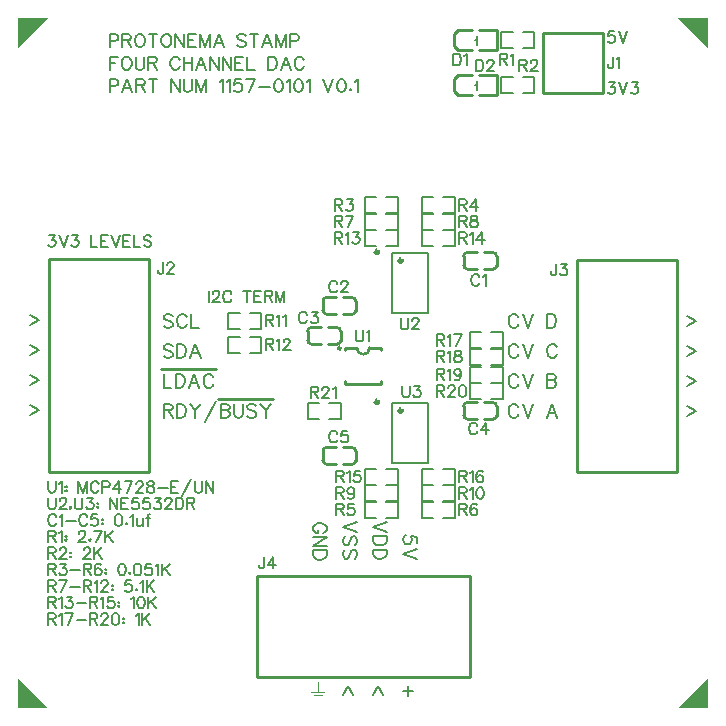
<source format=gto>
G04 Layer: TopSilkscreenLayer*
G04 Panelize: , Column: 2, Row: 2, Board Size: 58.42mm x 58.42mm, Panelized Board Size: 118.84mm x 118.84mm*
G04 EasyEDA v6.5.34, 2023-10-06 23:46:37*
G04 e07c970f047149babf7d85850df99f2e,5a6b42c53f6a479593ecc07194224c93,10*
G04 Gerber Generator version 0.2*
G04 Scale: 100 percent, Rotated: No, Reflected: No *
G04 Dimensions in millimeters *
G04 leading zeros omitted , absolute positions ,4 integer and 5 decimal *
%FSLAX45Y45*%
%MOMM*%

%ADD10C,0.1524*%
%ADD11C,0.2540*%
%ADD12C,0.2030*%
%ADD13C,0.3000*%

%LPD*%
G36*
X2535682Y217678D02*
G01*
X2535682Y130556D01*
X2483104Y130556D01*
X2483104Y122428D01*
X2596896Y122428D01*
X2596896Y130556D01*
X2544318Y130556D01*
X2544318Y217678D01*
G37*
G36*
X2502662Y108966D02*
G01*
X2502662Y100838D01*
X2577338Y100838D01*
X2577338Y108966D01*
G37*
G36*
X2520442Y87122D02*
G01*
X2520442Y79502D01*
X2559558Y79502D01*
X2559558Y87122D01*
G37*
D10*
X774700Y5322315D02*
G01*
X774700Y5213350D01*
X774700Y5322315D02*
G01*
X821436Y5322315D01*
X836929Y5317236D01*
X842263Y5311902D01*
X847344Y5301487D01*
X847344Y5285994D01*
X842263Y5275579D01*
X836929Y5270500D01*
X821436Y5265165D01*
X774700Y5265165D01*
X923289Y5322315D02*
G01*
X881634Y5213350D01*
X923289Y5322315D02*
G01*
X964945Y5213350D01*
X897381Y5249671D02*
G01*
X949197Y5249671D01*
X999236Y5322315D02*
G01*
X999236Y5213350D01*
X999236Y5322315D02*
G01*
X1045971Y5322315D01*
X1061465Y5317236D01*
X1066800Y5311902D01*
X1071879Y5301487D01*
X1071879Y5291073D01*
X1066800Y5280660D01*
X1061465Y5275579D01*
X1045971Y5270500D01*
X999236Y5270500D01*
X1035557Y5270500D02*
G01*
X1071879Y5213350D01*
X1142492Y5322315D02*
G01*
X1142492Y5213350D01*
X1106170Y5322315D02*
G01*
X1178813Y5322315D01*
X1293113Y5322315D02*
G01*
X1293113Y5213350D01*
X1293113Y5322315D02*
G01*
X1366012Y5213350D01*
X1366012Y5322315D02*
G01*
X1366012Y5213350D01*
X1400302Y5322315D02*
G01*
X1400302Y5244337D01*
X1405381Y5228844D01*
X1415795Y5218429D01*
X1431289Y5213350D01*
X1441704Y5213350D01*
X1457452Y5218429D01*
X1467865Y5228844D01*
X1472945Y5244337D01*
X1472945Y5322315D01*
X1507236Y5322315D02*
G01*
X1507236Y5213350D01*
X1507236Y5322315D02*
G01*
X1548892Y5213350D01*
X1590294Y5322315D02*
G01*
X1548892Y5213350D01*
X1590294Y5322315D02*
G01*
X1590294Y5213350D01*
X1704594Y5301487D02*
G01*
X1715007Y5306821D01*
X1730755Y5322315D01*
X1730755Y5213350D01*
X1765045Y5301487D02*
G01*
X1775460Y5306821D01*
X1790954Y5322315D01*
X1790954Y5213350D01*
X1887473Y5322315D02*
G01*
X1835657Y5322315D01*
X1830323Y5275579D01*
X1835657Y5280660D01*
X1851152Y5285994D01*
X1866900Y5285994D01*
X1882394Y5280660D01*
X1892807Y5270500D01*
X1897887Y5254752D01*
X1897887Y5244337D01*
X1892807Y5228844D01*
X1882394Y5218429D01*
X1866900Y5213350D01*
X1851152Y5213350D01*
X1835657Y5218429D01*
X1830323Y5223510D01*
X1825244Y5233923D01*
X2005075Y5322315D02*
G01*
X1953006Y5213350D01*
X1932177Y5322315D02*
G01*
X2005075Y5322315D01*
X2039365Y5260086D02*
G01*
X2132838Y5260086D01*
X2198370Y5322315D02*
G01*
X2182622Y5317236D01*
X2172208Y5301487D01*
X2167127Y5275579D01*
X2167127Y5260086D01*
X2172208Y5233923D01*
X2182622Y5218429D01*
X2198370Y5213350D01*
X2208529Y5213350D01*
X2224277Y5218429D01*
X2234691Y5233923D01*
X2239772Y5260086D01*
X2239772Y5275579D01*
X2234691Y5301487D01*
X2224277Y5317236D01*
X2208529Y5322315D01*
X2198370Y5322315D01*
X2274061Y5301487D02*
G01*
X2284475Y5306821D01*
X2299970Y5322315D01*
X2299970Y5213350D01*
X2365502Y5322315D02*
G01*
X2350008Y5317236D01*
X2339593Y5301487D01*
X2334259Y5275579D01*
X2334259Y5260086D01*
X2339593Y5233923D01*
X2350008Y5218429D01*
X2365502Y5213350D01*
X2375915Y5213350D01*
X2391409Y5218429D01*
X2401824Y5233923D01*
X2407158Y5260086D01*
X2407158Y5275579D01*
X2401824Y5301487D01*
X2391409Y5317236D01*
X2375915Y5322315D01*
X2365502Y5322315D01*
X2441447Y5301487D02*
G01*
X2451861Y5306821D01*
X2467356Y5322315D01*
X2467356Y5213350D01*
X2581656Y5322315D02*
G01*
X2623311Y5213350D01*
X2664713Y5322315D02*
G01*
X2623311Y5213350D01*
X2730245Y5322315D02*
G01*
X2714752Y5317236D01*
X2704338Y5301487D01*
X2699004Y5275579D01*
X2699004Y5260086D01*
X2704338Y5233923D01*
X2714752Y5218429D01*
X2730245Y5213350D01*
X2740659Y5213350D01*
X2756154Y5218429D01*
X2766568Y5233923D01*
X2771902Y5260086D01*
X2771902Y5275579D01*
X2766568Y5301487D01*
X2756154Y5317236D01*
X2740659Y5322315D01*
X2730245Y5322315D01*
X2811272Y5239257D02*
G01*
X2806191Y5233923D01*
X2811272Y5228844D01*
X2816606Y5233923D01*
X2811272Y5239257D01*
X2850895Y5301487D02*
G01*
X2861309Y5306821D01*
X2876804Y5322315D01*
X2876804Y5213350D01*
X774700Y5512815D02*
G01*
X774700Y5403850D01*
X774700Y5512815D02*
G01*
X842263Y5512815D01*
X774700Y5461000D02*
G01*
X816355Y5461000D01*
X907795Y5512815D02*
G01*
X897381Y5507736D01*
X886968Y5497321D01*
X881634Y5486907D01*
X876554Y5471160D01*
X876554Y5445252D01*
X881634Y5429757D01*
X886968Y5419344D01*
X897381Y5408929D01*
X907795Y5403850D01*
X928370Y5403850D01*
X938784Y5408929D01*
X949197Y5419344D01*
X954531Y5429757D01*
X959612Y5445252D01*
X959612Y5471160D01*
X954531Y5486907D01*
X949197Y5497321D01*
X938784Y5507736D01*
X928370Y5512815D01*
X907795Y5512815D01*
X993902Y5512815D02*
G01*
X993902Y5434837D01*
X999236Y5419344D01*
X1009650Y5408929D01*
X1025144Y5403850D01*
X1035557Y5403850D01*
X1051052Y5408929D01*
X1061465Y5419344D01*
X1066800Y5434837D01*
X1066800Y5512815D01*
X1101089Y5512815D02*
G01*
X1101089Y5403850D01*
X1101089Y5512815D02*
G01*
X1147826Y5512815D01*
X1163320Y5507736D01*
X1168400Y5502402D01*
X1173734Y5491987D01*
X1173734Y5481573D01*
X1168400Y5471160D01*
X1163320Y5466079D01*
X1147826Y5461000D01*
X1101089Y5461000D01*
X1137412Y5461000D02*
G01*
X1173734Y5403850D01*
X1366012Y5486907D02*
G01*
X1360678Y5497321D01*
X1350263Y5507736D01*
X1339850Y5512815D01*
X1319276Y5512815D01*
X1308862Y5507736D01*
X1298447Y5497321D01*
X1293113Y5486907D01*
X1288034Y5471160D01*
X1288034Y5445252D01*
X1293113Y5429757D01*
X1298447Y5419344D01*
X1308862Y5408929D01*
X1319276Y5403850D01*
X1339850Y5403850D01*
X1350263Y5408929D01*
X1360678Y5419344D01*
X1366012Y5429757D01*
X1400302Y5512815D02*
G01*
X1400302Y5403850D01*
X1472945Y5512815D02*
G01*
X1472945Y5403850D01*
X1400302Y5461000D02*
G01*
X1472945Y5461000D01*
X1548892Y5512815D02*
G01*
X1507236Y5403850D01*
X1548892Y5512815D02*
G01*
X1590294Y5403850D01*
X1522729Y5440171D02*
G01*
X1574800Y5440171D01*
X1624584Y5512815D02*
G01*
X1624584Y5403850D01*
X1624584Y5512815D02*
G01*
X1697481Y5403850D01*
X1697481Y5512815D02*
G01*
X1697481Y5403850D01*
X1731771Y5512815D02*
G01*
X1731771Y5403850D01*
X1731771Y5512815D02*
G01*
X1804415Y5403850D01*
X1804415Y5512815D02*
G01*
X1804415Y5403850D01*
X1838705Y5512815D02*
G01*
X1838705Y5403850D01*
X1838705Y5512815D02*
G01*
X1906270Y5512815D01*
X1838705Y5461000D02*
G01*
X1880362Y5461000D01*
X1838705Y5403850D02*
G01*
X1906270Y5403850D01*
X1940559Y5512815D02*
G01*
X1940559Y5403850D01*
X1940559Y5403850D02*
G01*
X2002790Y5403850D01*
X2117090Y5512815D02*
G01*
X2117090Y5403850D01*
X2117090Y5512815D02*
G01*
X2153665Y5512815D01*
X2169159Y5507736D01*
X2179574Y5497321D01*
X2184654Y5486907D01*
X2189988Y5471160D01*
X2189988Y5445252D01*
X2184654Y5429757D01*
X2179574Y5419344D01*
X2169159Y5408929D01*
X2153665Y5403850D01*
X2117090Y5403850D01*
X2265679Y5512815D02*
G01*
X2224277Y5403850D01*
X2265679Y5512815D02*
G01*
X2307336Y5403850D01*
X2239772Y5440171D02*
G01*
X2291841Y5440171D01*
X2419604Y5486907D02*
G01*
X2414270Y5497321D01*
X2404109Y5507736D01*
X2393695Y5512815D01*
X2372868Y5512815D01*
X2362454Y5507736D01*
X2352040Y5497321D01*
X2346959Y5486907D01*
X2341625Y5471160D01*
X2341625Y5445252D01*
X2346959Y5429757D01*
X2352040Y5419344D01*
X2362454Y5408929D01*
X2372868Y5403850D01*
X2393695Y5403850D01*
X2404109Y5408929D01*
X2414270Y5419344D01*
X2419604Y5429757D01*
X774700Y5703315D02*
G01*
X774700Y5594350D01*
X774700Y5703315D02*
G01*
X821436Y5703315D01*
X836929Y5698236D01*
X842263Y5692902D01*
X847344Y5682487D01*
X847344Y5666994D01*
X842263Y5656579D01*
X836929Y5651500D01*
X821436Y5646165D01*
X774700Y5646165D01*
X881634Y5703315D02*
G01*
X881634Y5594350D01*
X881634Y5703315D02*
G01*
X928370Y5703315D01*
X944118Y5698236D01*
X949197Y5692902D01*
X954531Y5682487D01*
X954531Y5672073D01*
X949197Y5661660D01*
X944118Y5656579D01*
X928370Y5651500D01*
X881634Y5651500D01*
X918210Y5651500D02*
G01*
X954531Y5594350D01*
X1019810Y5703315D02*
G01*
X1009650Y5698236D01*
X999236Y5687821D01*
X993902Y5677407D01*
X988821Y5661660D01*
X988821Y5635752D01*
X993902Y5620257D01*
X999236Y5609844D01*
X1009650Y5599429D01*
X1019810Y5594350D01*
X1040637Y5594350D01*
X1051052Y5599429D01*
X1061465Y5609844D01*
X1066800Y5620257D01*
X1071879Y5635752D01*
X1071879Y5661660D01*
X1066800Y5677407D01*
X1061465Y5687821D01*
X1051052Y5698236D01*
X1040637Y5703315D01*
X1019810Y5703315D01*
X1142492Y5703315D02*
G01*
X1142492Y5594350D01*
X1106170Y5703315D02*
G01*
X1178813Y5703315D01*
X1244345Y5703315D02*
G01*
X1233931Y5698236D01*
X1223518Y5687821D01*
X1218437Y5677407D01*
X1213104Y5661660D01*
X1213104Y5635752D01*
X1218437Y5620257D01*
X1223518Y5609844D01*
X1233931Y5599429D01*
X1244345Y5594350D01*
X1265173Y5594350D01*
X1275587Y5599429D01*
X1286002Y5609844D01*
X1291081Y5620257D01*
X1296415Y5635752D01*
X1296415Y5661660D01*
X1291081Y5677407D01*
X1286002Y5687821D01*
X1275587Y5698236D01*
X1265173Y5703315D01*
X1244345Y5703315D01*
X1330705Y5703315D02*
G01*
X1330705Y5594350D01*
X1330705Y5703315D02*
G01*
X1403350Y5594350D01*
X1403350Y5703315D02*
G01*
X1403350Y5594350D01*
X1437639Y5703315D02*
G01*
X1437639Y5594350D01*
X1437639Y5703315D02*
G01*
X1505204Y5703315D01*
X1437639Y5651500D02*
G01*
X1479295Y5651500D01*
X1437639Y5594350D02*
G01*
X1505204Y5594350D01*
X1539494Y5703315D02*
G01*
X1539494Y5594350D01*
X1539494Y5703315D02*
G01*
X1581150Y5594350D01*
X1622552Y5703315D02*
G01*
X1581150Y5594350D01*
X1622552Y5703315D02*
G01*
X1622552Y5594350D01*
X1698497Y5703315D02*
G01*
X1656842Y5594350D01*
X1698497Y5703315D02*
G01*
X1739900Y5594350D01*
X1672589Y5630671D02*
G01*
X1724405Y5630671D01*
X1927097Y5687821D02*
G01*
X1916684Y5698236D01*
X1901189Y5703315D01*
X1880362Y5703315D01*
X1864613Y5698236D01*
X1854200Y5687821D01*
X1854200Y5677407D01*
X1859534Y5666994D01*
X1864613Y5661660D01*
X1875028Y5656579D01*
X1906270Y5646165D01*
X1916684Y5641086D01*
X1921763Y5635752D01*
X1927097Y5625337D01*
X1927097Y5609844D01*
X1916684Y5599429D01*
X1901189Y5594350D01*
X1880362Y5594350D01*
X1864613Y5599429D01*
X1854200Y5609844D01*
X1997709Y5703315D02*
G01*
X1997709Y5594350D01*
X1961388Y5703315D02*
G01*
X2034031Y5703315D01*
X2109977Y5703315D02*
G01*
X2068322Y5594350D01*
X2109977Y5703315D02*
G01*
X2151379Y5594350D01*
X2084070Y5630671D02*
G01*
X2135886Y5630671D01*
X2185670Y5703315D02*
G01*
X2185670Y5594350D01*
X2185670Y5703315D02*
G01*
X2227325Y5594350D01*
X2268981Y5703315D02*
G01*
X2227325Y5594350D01*
X2268981Y5703315D02*
G01*
X2268981Y5594350D01*
X2303272Y5703315D02*
G01*
X2303272Y5594350D01*
X2303272Y5703315D02*
G01*
X2350008Y5703315D01*
X2365502Y5698236D01*
X2370836Y5692902D01*
X2375915Y5682487D01*
X2375915Y5666994D01*
X2370836Y5656579D01*
X2365502Y5651500D01*
X2350008Y5646165D01*
X2303272Y5646165D01*
X5036565Y5511037D02*
G01*
X5036565Y5438394D01*
X5031993Y5424678D01*
X5027422Y5420105D01*
X5018277Y5415534D01*
X5009388Y5415534D01*
X5000243Y5420105D01*
X4995672Y5424678D01*
X4991100Y5438394D01*
X4991100Y5447537D01*
X5066538Y5493004D02*
G01*
X5075681Y5497576D01*
X5089397Y5511037D01*
X5089397Y5415534D01*
X5000243Y5295137D02*
G01*
X5050281Y5295137D01*
X5022850Y5258815D01*
X5036565Y5258815D01*
X5045709Y5254244D01*
X5050281Y5249671D01*
X5054854Y5236210D01*
X5054854Y5227065D01*
X5050281Y5213350D01*
X5041138Y5204205D01*
X5027422Y5199634D01*
X5013706Y5199634D01*
X5000243Y5204205D01*
X4995672Y5208778D01*
X4991100Y5217921D01*
X5084825Y5295137D02*
G01*
X5121147Y5199634D01*
X5157470Y5295137D02*
G01*
X5121147Y5199634D01*
X5196586Y5295137D02*
G01*
X5246624Y5295137D01*
X5219191Y5258815D01*
X5232908Y5258815D01*
X5242052Y5254244D01*
X5246624Y5249671D01*
X5251195Y5236210D01*
X5251195Y5227065D01*
X5246624Y5213350D01*
X5237479Y5204205D01*
X5223763Y5199634D01*
X5210302Y5199634D01*
X5196586Y5204205D01*
X5192013Y5208778D01*
X5187441Y5217921D01*
X5664200Y3313176D02*
G01*
X5736843Y3272281D01*
X5664200Y3231134D01*
X5664200Y2551176D02*
G01*
X5736843Y2510281D01*
X5664200Y2469134D01*
X4553965Y3758437D02*
G01*
X4553965Y3685794D01*
X4549393Y3672078D01*
X4544822Y3667505D01*
X4535677Y3662934D01*
X4526788Y3662934D01*
X4517643Y3667505D01*
X4513072Y3672078D01*
X4508500Y3685794D01*
X4508500Y3694937D01*
X4593081Y3758437D02*
G01*
X4643120Y3758437D01*
X4615688Y3722115D01*
X4629404Y3722115D01*
X4638547Y3717544D01*
X4643120Y3712971D01*
X4647691Y3699510D01*
X4647691Y3690365D01*
X4643120Y3676650D01*
X4633975Y3667505D01*
X4620259Y3662934D01*
X4606797Y3662934D01*
X4593081Y3667505D01*
X4588509Y3672078D01*
X4583938Y3681221D01*
X4234688Y3306826D02*
G01*
X4229354Y3317747D01*
X4218431Y3328670D01*
X4207509Y3334257D01*
X4185665Y3334257D01*
X4174743Y3328670D01*
X4163822Y3317747D01*
X4158234Y3306826D01*
X4152900Y3290570D01*
X4152900Y3263392D01*
X4158234Y3246881D01*
X4163822Y3235960D01*
X4174743Y3225037D01*
X4185665Y3219704D01*
X4207509Y3219704D01*
X4218431Y3225037D01*
X4229354Y3235960D01*
X4234688Y3246881D01*
X4270756Y3334257D02*
G01*
X4314443Y3219704D01*
X4357877Y3334257D02*
G01*
X4314443Y3219704D01*
X4478020Y3334257D02*
G01*
X4478020Y3219704D01*
X4478020Y3334257D02*
G01*
X4516120Y3334257D01*
X4532629Y3328670D01*
X4543552Y3317747D01*
X4548886Y3306826D01*
X4554474Y3290570D01*
X4554474Y3263392D01*
X4548886Y3246881D01*
X4543552Y3235960D01*
X4532629Y3225037D01*
X4516120Y3219704D01*
X4478020Y3219704D01*
X4234688Y3052826D02*
G01*
X4229354Y3063747D01*
X4218431Y3074670D01*
X4207509Y3080257D01*
X4185665Y3080257D01*
X4174743Y3074670D01*
X4163822Y3063747D01*
X4158234Y3052826D01*
X4152900Y3036570D01*
X4152900Y3009392D01*
X4158234Y2992881D01*
X4163822Y2981960D01*
X4174743Y2971037D01*
X4185665Y2965704D01*
X4207509Y2965704D01*
X4218431Y2971037D01*
X4229354Y2981960D01*
X4234688Y2992881D01*
X4270756Y3080257D02*
G01*
X4314443Y2965704D01*
X4357877Y3080257D02*
G01*
X4314443Y2965704D01*
X4559808Y3052826D02*
G01*
X4554474Y3063747D01*
X4543552Y3074670D01*
X4532629Y3080257D01*
X4510786Y3080257D01*
X4499863Y3074670D01*
X4488941Y3063747D01*
X4483354Y3052826D01*
X4478020Y3036570D01*
X4478020Y3009392D01*
X4483354Y2992881D01*
X4488941Y2981960D01*
X4499863Y2971037D01*
X4510786Y2965704D01*
X4532629Y2965704D01*
X4543552Y2971037D01*
X4554474Y2981960D01*
X4559808Y2992881D01*
X1308354Y3317747D02*
G01*
X1297431Y3328670D01*
X1280921Y3334257D01*
X1259078Y3334257D01*
X1242821Y3328670D01*
X1231900Y3317747D01*
X1231900Y3306826D01*
X1237234Y3295904D01*
X1242821Y3290570D01*
X1253744Y3284981D01*
X1286510Y3274313D01*
X1297431Y3268726D01*
X1302765Y3263392D01*
X1308354Y3252470D01*
X1308354Y3235960D01*
X1297431Y3225037D01*
X1280921Y3219704D01*
X1259078Y3219704D01*
X1242821Y3225037D01*
X1231900Y3235960D01*
X1425955Y3306826D02*
G01*
X1420621Y3317747D01*
X1409700Y3328670D01*
X1398778Y3334257D01*
X1376934Y3334257D01*
X1366012Y3328670D01*
X1355089Y3317747D01*
X1349755Y3306826D01*
X1344168Y3290570D01*
X1344168Y3263392D01*
X1349755Y3246881D01*
X1355089Y3235960D01*
X1366012Y3225037D01*
X1376934Y3219704D01*
X1398778Y3219704D01*
X1409700Y3225037D01*
X1420621Y3235960D01*
X1425955Y3246881D01*
X1462023Y3334257D02*
G01*
X1462023Y3219704D01*
X1462023Y3219704D02*
G01*
X1527555Y3219704D01*
X1226555Y3771155D02*
G01*
X1226555Y3698511D01*
X1221983Y3684795D01*
X1217411Y3680223D01*
X1208267Y3675651D01*
X1199377Y3675651D01*
X1190233Y3680223D01*
X1185661Y3684795D01*
X1181089Y3698511D01*
X1181089Y3707655D01*
X1261099Y3748549D02*
G01*
X1261099Y3753121D01*
X1265671Y3762011D01*
X1270243Y3766583D01*
X1279387Y3771155D01*
X1297421Y3771155D01*
X1306565Y3766583D01*
X1311137Y3762011D01*
X1315709Y3753121D01*
X1315709Y3743977D01*
X1311137Y3734833D01*
X1301993Y3721117D01*
X1256527Y3675651D01*
X1320281Y3675651D01*
X101625Y2563368D02*
G01*
X174269Y2522473D01*
X101625Y2481326D01*
X101625Y3325368D02*
G01*
X174269Y3284473D01*
X101625Y3243326D01*
X101625Y3071368D02*
G01*
X174269Y3030473D01*
X101625Y2989326D01*
X101625Y2817368D02*
G01*
X174269Y2776473D01*
X101625Y2735326D01*
X1308354Y3063747D02*
G01*
X1297431Y3074670D01*
X1280921Y3080257D01*
X1259078Y3080257D01*
X1242821Y3074670D01*
X1231900Y3063747D01*
X1231900Y3052826D01*
X1237234Y3041904D01*
X1242821Y3036570D01*
X1253744Y3030981D01*
X1286510Y3020313D01*
X1297431Y3014726D01*
X1302765Y3009392D01*
X1308354Y2998470D01*
X1308354Y2981960D01*
X1297431Y2971037D01*
X1280921Y2965704D01*
X1259078Y2965704D01*
X1242821Y2971037D01*
X1231900Y2981960D01*
X1344168Y3080257D02*
G01*
X1344168Y2965704D01*
X1344168Y3080257D02*
G01*
X1382521Y3080257D01*
X1398778Y3074670D01*
X1409700Y3063747D01*
X1415287Y3052826D01*
X1420621Y3036570D01*
X1420621Y3009392D01*
X1415287Y2992881D01*
X1409700Y2981960D01*
X1398778Y2971037D01*
X1382521Y2965704D01*
X1344168Y2965704D01*
X1500378Y3080257D02*
G01*
X1456689Y2965704D01*
X1500378Y3080257D02*
G01*
X1543812Y2965704D01*
X1472945Y3003804D02*
G01*
X1527555Y3003804D01*
X1231900Y2826257D02*
G01*
X1231900Y2711704D01*
X1231900Y2711704D02*
G01*
X1297431Y2711704D01*
X1333245Y2826257D02*
G01*
X1333245Y2711704D01*
X1333245Y2826257D02*
G01*
X1371600Y2826257D01*
X1387855Y2820670D01*
X1398778Y2809747D01*
X1404365Y2798826D01*
X1409700Y2782570D01*
X1409700Y2755392D01*
X1404365Y2738881D01*
X1398778Y2727960D01*
X1387855Y2717037D01*
X1371600Y2711704D01*
X1333245Y2711704D01*
X1489455Y2826257D02*
G01*
X1445768Y2711704D01*
X1489455Y2826257D02*
G01*
X1532889Y2711704D01*
X1462023Y2749804D02*
G01*
X1516634Y2749804D01*
X1650745Y2798826D02*
G01*
X1645412Y2809747D01*
X1634489Y2820670D01*
X1623568Y2826257D01*
X1601723Y2826257D01*
X1590802Y2820670D01*
X1579879Y2809747D01*
X1574545Y2798826D01*
X1568957Y2782570D01*
X1568957Y2755392D01*
X1574545Y2738881D01*
X1579879Y2727960D01*
X1590802Y2717037D01*
X1601723Y2711704D01*
X1623568Y2711704D01*
X1634489Y2717037D01*
X1645412Y2727960D01*
X1650745Y2738881D01*
X1231900Y2572257D02*
G01*
X1231900Y2457704D01*
X1231900Y2572257D02*
G01*
X1280921Y2572257D01*
X1297431Y2566670D01*
X1302765Y2561336D01*
X1308354Y2550413D01*
X1308354Y2539492D01*
X1302765Y2528570D01*
X1297431Y2522981D01*
X1280921Y2517647D01*
X1231900Y2517647D01*
X1270000Y2517647D02*
G01*
X1308354Y2457704D01*
X1344168Y2572257D02*
G01*
X1344168Y2457704D01*
X1344168Y2572257D02*
G01*
X1382521Y2572257D01*
X1398778Y2566670D01*
X1409700Y2555747D01*
X1415287Y2544826D01*
X1420621Y2528570D01*
X1420621Y2501392D01*
X1415287Y2484881D01*
X1409700Y2473960D01*
X1398778Y2463037D01*
X1382521Y2457704D01*
X1344168Y2457704D01*
X1456689Y2572257D02*
G01*
X1500378Y2517647D01*
X1500378Y2457704D01*
X1543812Y2572257D02*
G01*
X1500378Y2517647D01*
X1678178Y2594102D02*
G01*
X1579879Y2419350D01*
X1713992Y2572257D02*
G01*
X1713992Y2457704D01*
X1713992Y2572257D02*
G01*
X1763268Y2572257D01*
X1779523Y2566670D01*
X1785112Y2561336D01*
X1790445Y2550413D01*
X1790445Y2539492D01*
X1785112Y2528570D01*
X1779523Y2522981D01*
X1763268Y2517647D01*
X1713992Y2517647D02*
G01*
X1763268Y2517647D01*
X1779523Y2512313D01*
X1785112Y2506726D01*
X1790445Y2495804D01*
X1790445Y2479547D01*
X1785112Y2468626D01*
X1779523Y2463037D01*
X1763268Y2457704D01*
X1713992Y2457704D01*
X1826513Y2572257D02*
G01*
X1826513Y2490470D01*
X1831847Y2473960D01*
X1842770Y2463037D01*
X1859279Y2457704D01*
X1870202Y2457704D01*
X1886457Y2463037D01*
X1897379Y2473960D01*
X1902713Y2490470D01*
X1902713Y2572257D01*
X2015236Y2555747D02*
G01*
X2004313Y2566670D01*
X1987804Y2572257D01*
X1965959Y2572257D01*
X1949704Y2566670D01*
X1938781Y2555747D01*
X1938781Y2544826D01*
X1944370Y2533904D01*
X1949704Y2528570D01*
X1960625Y2522981D01*
X1993391Y2512313D01*
X2004313Y2506726D01*
X2009647Y2501392D01*
X2015236Y2490470D01*
X2015236Y2473960D01*
X2004313Y2463037D01*
X1987804Y2457704D01*
X1965959Y2457704D01*
X1949704Y2463037D01*
X1938781Y2473960D01*
X2051050Y2572257D02*
G01*
X2094738Y2517647D01*
X2094738Y2457704D01*
X2138425Y2572257D02*
G01*
X2094738Y2517647D01*
X5664200Y3059176D02*
G01*
X5736843Y3018281D01*
X5664200Y2977134D01*
X5664200Y2805176D02*
G01*
X5736843Y2764281D01*
X5664200Y2723134D01*
X4234688Y2798826D02*
G01*
X4229354Y2809747D01*
X4218431Y2820670D01*
X4207509Y2826257D01*
X4185665Y2826257D01*
X4174743Y2820670D01*
X4163822Y2809747D01*
X4158234Y2798826D01*
X4152900Y2782570D01*
X4152900Y2755392D01*
X4158234Y2738881D01*
X4163822Y2727960D01*
X4174743Y2717037D01*
X4185665Y2711704D01*
X4207509Y2711704D01*
X4218431Y2717037D01*
X4229354Y2727960D01*
X4234688Y2738881D01*
X4270756Y2826257D02*
G01*
X4314443Y2711704D01*
X4357877Y2826257D02*
G01*
X4314443Y2711704D01*
X4478020Y2826257D02*
G01*
X4478020Y2711704D01*
X4478020Y2826257D02*
G01*
X4527041Y2826257D01*
X4543552Y2820670D01*
X4548886Y2815336D01*
X4554474Y2804413D01*
X4554474Y2793492D01*
X4548886Y2782570D01*
X4543552Y2776981D01*
X4527041Y2771647D01*
X4478020Y2771647D02*
G01*
X4527041Y2771647D01*
X4543552Y2766313D01*
X4548886Y2760726D01*
X4554474Y2749804D01*
X4554474Y2733547D01*
X4548886Y2722626D01*
X4543552Y2717037D01*
X4527041Y2711704D01*
X4478020Y2711704D01*
X4234688Y2544826D02*
G01*
X4229354Y2555747D01*
X4218431Y2566670D01*
X4207509Y2572257D01*
X4185665Y2572257D01*
X4174743Y2566670D01*
X4163822Y2555747D01*
X4158234Y2544826D01*
X4152900Y2528570D01*
X4152900Y2501392D01*
X4158234Y2484881D01*
X4163822Y2473960D01*
X4174743Y2463037D01*
X4185665Y2457704D01*
X4207509Y2457704D01*
X4218431Y2463037D01*
X4229354Y2473960D01*
X4234688Y2484881D01*
X4270756Y2572257D02*
G01*
X4314443Y2457704D01*
X4357877Y2572257D02*
G01*
X4314443Y2457704D01*
X4521708Y2572257D02*
G01*
X4478020Y2457704D01*
X4521708Y2572257D02*
G01*
X4565141Y2457704D01*
X4494275Y2495804D02*
G01*
X4548886Y2495804D01*
X2082291Y1276604D02*
G01*
X2082291Y1203705D01*
X2077720Y1190244D01*
X2073147Y1185671D01*
X2064004Y1181100D01*
X2055113Y1181100D01*
X2045970Y1185671D01*
X2041397Y1190244D01*
X2036825Y1203705D01*
X2036825Y1212850D01*
X2157729Y1276604D02*
G01*
X2112263Y1212850D01*
X2180336Y1212850D01*
X2157729Y1276604D02*
G01*
X2157729Y1181100D01*
X3372358Y1394968D02*
G01*
X3372358Y1449578D01*
X3323081Y1455165D01*
X3328670Y1449578D01*
X3334004Y1433321D01*
X3334004Y1416812D01*
X3328670Y1400555D01*
X3317747Y1389634D01*
X3301491Y1384045D01*
X3290570Y1384045D01*
X3274059Y1389634D01*
X3263138Y1400555D01*
X3257804Y1416812D01*
X3257804Y1433321D01*
X3263138Y1449578D01*
X3268725Y1455165D01*
X3279647Y1460500D01*
X3372358Y1348231D02*
G01*
X3257804Y1304544D01*
X3372358Y1260855D02*
G01*
X3257804Y1304544D01*
X2582925Y1480312D02*
G01*
X2593847Y1485645D01*
X2604770Y1496568D01*
X2610358Y1507489D01*
X2610358Y1529334D01*
X2604770Y1540255D01*
X2593847Y1551178D01*
X2582925Y1556765D01*
X2566670Y1562100D01*
X2539491Y1562100D01*
X2522981Y1556765D01*
X2512059Y1551178D01*
X2501138Y1540255D01*
X2495804Y1529334D01*
X2495804Y1507489D01*
X2501138Y1496568D01*
X2512059Y1485645D01*
X2522981Y1480312D01*
X2539491Y1480312D01*
X2539491Y1507489D02*
G01*
X2539491Y1480312D01*
X2610358Y1444244D02*
G01*
X2495804Y1444244D01*
X2610358Y1444244D02*
G01*
X2495804Y1368044D01*
X2610358Y1368044D02*
G01*
X2495804Y1368044D01*
X2610358Y1331976D02*
G01*
X2495804Y1331976D01*
X2610358Y1331976D02*
G01*
X2610358Y1293621D01*
X2604770Y1277365D01*
X2593847Y1266444D01*
X2582925Y1261110D01*
X2566670Y1255521D01*
X2539491Y1255521D01*
X2522981Y1261110D01*
X2512059Y1266444D01*
X2501138Y1277365D01*
X2495804Y1293621D01*
X2495804Y1331976D01*
X3118358Y1574800D02*
G01*
X3003804Y1531112D01*
X3118358Y1487423D02*
G01*
X3003804Y1531112D01*
X3118358Y1451610D02*
G01*
X3003804Y1451610D01*
X3118358Y1451610D02*
G01*
X3118358Y1413255D01*
X3112770Y1397000D01*
X3101847Y1386078D01*
X3090925Y1380744D01*
X3074670Y1375155D01*
X3047491Y1375155D01*
X3030981Y1380744D01*
X3020059Y1386078D01*
X3009138Y1397000D01*
X3003804Y1413255D01*
X3003804Y1451610D01*
X3118358Y1339087D02*
G01*
X3003804Y1339087D01*
X3118358Y1339087D02*
G01*
X3118358Y1300987D01*
X3112770Y1284731D01*
X3101847Y1273810D01*
X3090925Y1268221D01*
X3074670Y1262887D01*
X3047491Y1262887D01*
X3030981Y1268221D01*
X3020059Y1273810D01*
X3009138Y1284731D01*
X3003804Y1300987D01*
X3003804Y1339087D01*
X2864358Y1574800D02*
G01*
X2749804Y1531112D01*
X2864358Y1487423D02*
G01*
X2749804Y1531112D01*
X2847847Y1375155D02*
G01*
X2858770Y1386078D01*
X2864358Y1402334D01*
X2864358Y1424178D01*
X2858770Y1440687D01*
X2847847Y1451610D01*
X2836925Y1451610D01*
X2826004Y1446021D01*
X2820670Y1440687D01*
X2815081Y1429765D01*
X2804413Y1397000D01*
X2798825Y1386078D01*
X2793491Y1380744D01*
X2782570Y1375155D01*
X2766059Y1375155D01*
X2755138Y1386078D01*
X2749804Y1402334D01*
X2749804Y1424178D01*
X2755138Y1440687D01*
X2766059Y1451610D01*
X2847847Y1262887D02*
G01*
X2858770Y1273810D01*
X2864358Y1290065D01*
X2864358Y1311910D01*
X2858770Y1328165D01*
X2847847Y1339087D01*
X2836925Y1339087D01*
X2826004Y1333754D01*
X2820670Y1328165D01*
X2815081Y1317244D01*
X2804413Y1284731D01*
X2798825Y1273810D01*
X2793491Y1268221D01*
X2782570Y1262887D01*
X2766059Y1262887D01*
X2755138Y1273810D01*
X2749804Y1290065D01*
X2749804Y1311910D01*
X2755138Y1328165D01*
X2766059Y1339087D01*
X2832963Y108610D02*
G01*
X2792069Y181508D01*
X2751175Y108610D01*
X3086963Y108610D02*
G01*
X3046069Y181508D01*
X3005175Y108610D01*
X3340963Y140411D02*
G01*
X3259175Y140411D01*
X3300069Y181305D02*
G01*
X3300069Y99517D01*
X5045709Y5726937D02*
G01*
X5000243Y5726937D01*
X4995672Y5686044D01*
X5000243Y5690615D01*
X5013706Y5695187D01*
X5027422Y5695187D01*
X5041138Y5690615D01*
X5050281Y5681471D01*
X5054854Y5668010D01*
X5054854Y5658865D01*
X5050281Y5645150D01*
X5041138Y5636005D01*
X5027422Y5631434D01*
X5013706Y5631434D01*
X5000243Y5636005D01*
X4995672Y5640578D01*
X4991100Y5649721D01*
X5084825Y5726937D02*
G01*
X5121147Y5631434D01*
X5157470Y5726937D02*
G01*
X5121147Y5631434D01*
X253997Y1916940D02*
G01*
X253997Y1848868D01*
X258569Y1835152D01*
X267713Y1826008D01*
X281175Y1821436D01*
X290319Y1821436D01*
X304035Y1826008D01*
X313179Y1835152D01*
X317751Y1848868D01*
X317751Y1916940D01*
X347723Y1898906D02*
G01*
X356613Y1903478D01*
X370329Y1916940D01*
X370329Y1821436D01*
X404873Y1876046D02*
G01*
X400301Y1871474D01*
X404873Y1866902D01*
X409445Y1871474D01*
X404873Y1876046D01*
X404873Y1844296D02*
G01*
X400301Y1839724D01*
X404873Y1835152D01*
X409445Y1839724D01*
X404873Y1844296D01*
X509521Y1916940D02*
G01*
X509521Y1821436D01*
X509521Y1916940D02*
G01*
X545843Y1821436D01*
X582165Y1916940D02*
G01*
X545843Y1821436D01*
X582165Y1916940D02*
G01*
X582165Y1821436D01*
X680463Y1894334D02*
G01*
X675891Y1903478D01*
X666747Y1912368D01*
X657603Y1916940D01*
X639569Y1916940D01*
X630425Y1912368D01*
X621281Y1903478D01*
X616709Y1894334D01*
X612137Y1880618D01*
X612137Y1858012D01*
X616709Y1844296D01*
X621281Y1835152D01*
X630425Y1826008D01*
X639569Y1821436D01*
X657603Y1821436D01*
X666747Y1826008D01*
X675891Y1835152D01*
X680463Y1844296D01*
X710435Y1916940D02*
G01*
X710435Y1821436D01*
X710435Y1916940D02*
G01*
X751329Y1916940D01*
X764791Y1912368D01*
X769363Y1907796D01*
X773935Y1898906D01*
X773935Y1885190D01*
X769363Y1876046D01*
X764791Y1871474D01*
X751329Y1866902D01*
X710435Y1866902D01*
X849373Y1916940D02*
G01*
X803907Y1853440D01*
X872233Y1853440D01*
X849373Y1916940D02*
G01*
X849373Y1821436D01*
X965705Y1916940D02*
G01*
X920239Y1821436D01*
X902205Y1916940D02*
G01*
X965705Y1916940D01*
X1000249Y1894334D02*
G01*
X1000249Y1898906D01*
X1004821Y1907796D01*
X1009393Y1912368D01*
X1018537Y1916940D01*
X1036825Y1916940D01*
X1045715Y1912368D01*
X1050287Y1907796D01*
X1054859Y1898906D01*
X1054859Y1889762D01*
X1050287Y1880618D01*
X1041397Y1866902D01*
X995931Y1821436D01*
X1059431Y1821436D01*
X1112263Y1916940D02*
G01*
X1098547Y1912368D01*
X1093975Y1903478D01*
X1093975Y1894334D01*
X1098547Y1885190D01*
X1107691Y1880618D01*
X1125725Y1876046D01*
X1139441Y1871474D01*
X1148585Y1862584D01*
X1153157Y1853440D01*
X1153157Y1839724D01*
X1148585Y1830580D01*
X1144013Y1826008D01*
X1130297Y1821436D01*
X1112263Y1821436D01*
X1098547Y1826008D01*
X1093975Y1830580D01*
X1089403Y1839724D01*
X1089403Y1853440D01*
X1093975Y1862584D01*
X1103119Y1871474D01*
X1116835Y1876046D01*
X1134869Y1880618D01*
X1144013Y1885190D01*
X1148585Y1894334D01*
X1148585Y1903478D01*
X1144013Y1912368D01*
X1130297Y1916940D01*
X1112263Y1916940D01*
X1183129Y1862584D02*
G01*
X1264917Y1862584D01*
X1294889Y1916940D02*
G01*
X1294889Y1821436D01*
X1294889Y1916940D02*
G01*
X1354071Y1916940D01*
X1294889Y1871474D02*
G01*
X1331211Y1871474D01*
X1294889Y1821436D02*
G01*
X1354071Y1821436D01*
X1465831Y1935228D02*
G01*
X1384043Y1789686D01*
X1495803Y1916940D02*
G01*
X1495803Y1848868D01*
X1500375Y1835152D01*
X1509519Y1826008D01*
X1522981Y1821436D01*
X1532125Y1821436D01*
X1545841Y1826008D01*
X1554985Y1835152D01*
X1559557Y1848868D01*
X1559557Y1916940D01*
X1589529Y1916940D02*
G01*
X1589529Y1821436D01*
X1589529Y1916940D02*
G01*
X1653029Y1821436D01*
X1653029Y1916940D02*
G01*
X1653029Y1821436D01*
X254000Y1777237D02*
G01*
X254000Y1709165D01*
X258571Y1695450D01*
X267715Y1686305D01*
X281178Y1681734D01*
X290321Y1681734D01*
X304037Y1686305D01*
X313181Y1695450D01*
X317754Y1709165D01*
X317754Y1777237D01*
X352297Y1754631D02*
G01*
X352297Y1759204D01*
X356615Y1768094D01*
X361187Y1772665D01*
X370331Y1777237D01*
X388620Y1777237D01*
X397510Y1772665D01*
X402081Y1768094D01*
X406654Y1759204D01*
X406654Y1750060D01*
X402081Y1740915D01*
X393192Y1727200D01*
X347726Y1681734D01*
X411226Y1681734D01*
X450342Y1700021D02*
G01*
X445770Y1695450D01*
X441197Y1700021D01*
X445770Y1704594D01*
X450342Y1700021D01*
X450342Y1690878D01*
X441197Y1681734D01*
X480313Y1777237D02*
G01*
X480313Y1709165D01*
X484886Y1695450D01*
X494029Y1686305D01*
X507745Y1681734D01*
X516636Y1681734D01*
X530352Y1686305D01*
X539495Y1695450D01*
X544068Y1709165D01*
X544068Y1777237D01*
X583184Y1777237D02*
G01*
X632968Y1777237D01*
X605789Y1740915D01*
X619505Y1740915D01*
X628650Y1736344D01*
X632968Y1731771D01*
X637539Y1718310D01*
X637539Y1709165D01*
X632968Y1695450D01*
X624078Y1686305D01*
X610362Y1681734D01*
X596645Y1681734D01*
X583184Y1686305D01*
X578612Y1690878D01*
X574039Y1700021D01*
X672084Y1736344D02*
G01*
X667512Y1731771D01*
X672084Y1727200D01*
X676655Y1731771D01*
X672084Y1736344D01*
X672084Y1704594D02*
G01*
X667512Y1700021D01*
X672084Y1695450D01*
X676655Y1700021D01*
X672084Y1704594D01*
X776731Y1777237D02*
G01*
X776731Y1681734D01*
X776731Y1777237D02*
G01*
X840486Y1681734D01*
X840486Y1777237D02*
G01*
X840486Y1681734D01*
X870457Y1777237D02*
G01*
X870457Y1681734D01*
X870457Y1777237D02*
G01*
X929386Y1777237D01*
X870457Y1731771D02*
G01*
X906779Y1731771D01*
X870457Y1681734D02*
G01*
X929386Y1681734D01*
X1013968Y1777237D02*
G01*
X968502Y1777237D01*
X963929Y1736344D01*
X968502Y1740915D01*
X982218Y1745487D01*
X995934Y1745487D01*
X1009395Y1740915D01*
X1018539Y1731771D01*
X1023112Y1718310D01*
X1023112Y1709165D01*
X1018539Y1695450D01*
X1009395Y1686305D01*
X995934Y1681734D01*
X982218Y1681734D01*
X968502Y1686305D01*
X963929Y1690878D01*
X959357Y1700021D01*
X1107694Y1777237D02*
G01*
X1062228Y1777237D01*
X1057655Y1736344D01*
X1062228Y1740915D01*
X1075689Y1745487D01*
X1089405Y1745487D01*
X1103121Y1740915D01*
X1112265Y1731771D01*
X1116837Y1718310D01*
X1116837Y1709165D01*
X1112265Y1695450D01*
X1103121Y1686305D01*
X1089405Y1681734D01*
X1075689Y1681734D01*
X1062228Y1686305D01*
X1057655Y1690878D01*
X1053084Y1700021D01*
X1155700Y1777237D02*
G01*
X1205737Y1777237D01*
X1178560Y1740915D01*
X1192276Y1740915D01*
X1201165Y1736344D01*
X1205737Y1731771D01*
X1210310Y1718310D01*
X1210310Y1709165D01*
X1205737Y1695450D01*
X1196847Y1686305D01*
X1183131Y1681734D01*
X1169415Y1681734D01*
X1155700Y1686305D01*
X1151381Y1690878D01*
X1146810Y1700021D01*
X1244854Y1754631D02*
G01*
X1244854Y1759204D01*
X1249426Y1768094D01*
X1253997Y1772665D01*
X1263142Y1777237D01*
X1281176Y1777237D01*
X1290320Y1772665D01*
X1294892Y1768094D01*
X1299463Y1759204D01*
X1299463Y1750060D01*
X1294892Y1740915D01*
X1285747Y1727200D01*
X1240281Y1681734D01*
X1304036Y1681734D01*
X1334007Y1777237D02*
G01*
X1334007Y1681734D01*
X1334007Y1777237D02*
G01*
X1365757Y1777237D01*
X1379473Y1772665D01*
X1388618Y1763776D01*
X1393189Y1754631D01*
X1397507Y1740915D01*
X1397507Y1718310D01*
X1393189Y1704594D01*
X1388618Y1695450D01*
X1379473Y1686305D01*
X1365757Y1681734D01*
X1334007Y1681734D01*
X1427734Y1777237D02*
G01*
X1427734Y1681734D01*
X1427734Y1777237D02*
G01*
X1468628Y1777237D01*
X1482089Y1772665D01*
X1486662Y1768094D01*
X1491234Y1759204D01*
X1491234Y1750060D01*
X1486662Y1740915D01*
X1482089Y1736344D01*
X1468628Y1731771D01*
X1427734Y1731771D01*
X1459484Y1731771D02*
G01*
X1491234Y1681734D01*
X322071Y1614931D02*
G01*
X317754Y1624076D01*
X308610Y1632965D01*
X299465Y1637537D01*
X281178Y1637537D01*
X272287Y1632965D01*
X263144Y1624076D01*
X258571Y1614931D01*
X254000Y1601215D01*
X254000Y1578610D01*
X258571Y1564894D01*
X263144Y1555750D01*
X272287Y1546605D01*
X281178Y1542034D01*
X299465Y1542034D01*
X308610Y1546605D01*
X317754Y1555750D01*
X322071Y1564894D01*
X352297Y1619504D02*
G01*
X361187Y1624076D01*
X374904Y1637537D01*
X374904Y1542034D01*
X404876Y1583181D02*
G01*
X486663Y1583181D01*
X584962Y1614931D02*
G01*
X580389Y1624076D01*
X571245Y1632965D01*
X562102Y1637537D01*
X544068Y1637537D01*
X534923Y1632965D01*
X525779Y1624076D01*
X521207Y1614931D01*
X516636Y1601215D01*
X516636Y1578610D01*
X521207Y1564894D01*
X525779Y1555750D01*
X534923Y1546605D01*
X544068Y1542034D01*
X562102Y1542034D01*
X571245Y1546605D01*
X580389Y1555750D01*
X584962Y1564894D01*
X669544Y1637537D02*
G01*
X624078Y1637537D01*
X619505Y1596644D01*
X624078Y1601215D01*
X637539Y1605787D01*
X651255Y1605787D01*
X664971Y1601215D01*
X674115Y1592071D01*
X678434Y1578610D01*
X678434Y1569465D01*
X674115Y1555750D01*
X664971Y1546605D01*
X651255Y1542034D01*
X637539Y1542034D01*
X624078Y1546605D01*
X619505Y1551178D01*
X614934Y1560321D01*
X712978Y1596644D02*
G01*
X708660Y1592071D01*
X712978Y1587500D01*
X717550Y1592071D01*
X712978Y1596644D01*
X712978Y1564894D02*
G01*
X708660Y1560321D01*
X712978Y1555750D01*
X717550Y1560321D01*
X712978Y1564894D01*
X844804Y1637537D02*
G01*
X831342Y1632965D01*
X822197Y1619504D01*
X817626Y1596644D01*
X817626Y1583181D01*
X822197Y1560321D01*
X831342Y1546605D01*
X844804Y1542034D01*
X853947Y1542034D01*
X867663Y1546605D01*
X876807Y1560321D01*
X881379Y1583181D01*
X881379Y1596644D01*
X876807Y1619504D01*
X867663Y1632965D01*
X853947Y1637537D01*
X844804Y1637537D01*
X915923Y1564894D02*
G01*
X911352Y1560321D01*
X915923Y1555750D01*
X920242Y1560321D01*
X915923Y1564894D01*
X950468Y1619504D02*
G01*
X959357Y1624076D01*
X973073Y1637537D01*
X973073Y1542034D01*
X1003045Y1605787D02*
G01*
X1003045Y1560321D01*
X1007618Y1546605D01*
X1016762Y1542034D01*
X1030478Y1542034D01*
X1039368Y1546605D01*
X1053084Y1560321D01*
X1053084Y1605787D02*
G01*
X1053084Y1542034D01*
X1119378Y1637537D02*
G01*
X1110487Y1637537D01*
X1101344Y1632965D01*
X1096771Y1619504D01*
X1096771Y1542034D01*
X1083055Y1605787D02*
G01*
X1114805Y1605787D01*
X254000Y1497837D02*
G01*
X254000Y1402334D01*
X254000Y1497837D02*
G01*
X294894Y1497837D01*
X308610Y1493265D01*
X313181Y1488694D01*
X317754Y1479804D01*
X317754Y1470660D01*
X313181Y1461515D01*
X308610Y1456944D01*
X294894Y1452371D01*
X254000Y1452371D01*
X285750Y1452371D02*
G01*
X317754Y1402334D01*
X347726Y1479804D02*
G01*
X356615Y1484376D01*
X370331Y1497837D01*
X370331Y1402334D01*
X404876Y1456944D02*
G01*
X400304Y1452371D01*
X404876Y1447800D01*
X409447Y1452371D01*
X404876Y1456944D01*
X404876Y1425194D02*
G01*
X400304Y1420621D01*
X404876Y1416050D01*
X409447Y1420621D01*
X404876Y1425194D01*
X514095Y1475231D02*
G01*
X514095Y1479804D01*
X518668Y1488694D01*
X522986Y1493265D01*
X532129Y1497837D01*
X550418Y1497837D01*
X559562Y1493265D01*
X563879Y1488694D01*
X568452Y1479804D01*
X568452Y1470660D01*
X563879Y1461515D01*
X554989Y1447800D01*
X509523Y1402334D01*
X573023Y1402334D01*
X607568Y1425194D02*
G01*
X602995Y1420621D01*
X607568Y1416050D01*
X612139Y1420621D01*
X607568Y1425194D01*
X705865Y1497837D02*
G01*
X660400Y1402334D01*
X642112Y1497837D02*
G01*
X705865Y1497837D01*
X735837Y1497837D02*
G01*
X735837Y1402334D01*
X799337Y1497837D02*
G01*
X735837Y1434337D01*
X758444Y1456944D02*
G01*
X799337Y1402334D01*
X254000Y1358137D02*
G01*
X254000Y1262634D01*
X254000Y1358137D02*
G01*
X294894Y1358137D01*
X308610Y1353565D01*
X313181Y1348994D01*
X317754Y1340104D01*
X317754Y1330960D01*
X313181Y1321815D01*
X308610Y1317244D01*
X294894Y1312671D01*
X254000Y1312671D01*
X285750Y1312671D02*
G01*
X317754Y1262634D01*
X352297Y1335531D02*
G01*
X352297Y1340104D01*
X356615Y1348994D01*
X361187Y1353565D01*
X370331Y1358137D01*
X388620Y1358137D01*
X397510Y1353565D01*
X402081Y1348994D01*
X406654Y1340104D01*
X406654Y1330960D01*
X402081Y1321815D01*
X393192Y1308100D01*
X347726Y1262634D01*
X411226Y1262634D01*
X445770Y1317244D02*
G01*
X441197Y1312671D01*
X445770Y1308100D01*
X450342Y1312671D01*
X445770Y1317244D01*
X445770Y1285494D02*
G01*
X441197Y1280921D01*
X445770Y1276350D01*
X450342Y1280921D01*
X445770Y1285494D01*
X554989Y1335531D02*
G01*
X554989Y1340104D01*
X559562Y1348994D01*
X563879Y1353565D01*
X573023Y1358137D01*
X591312Y1358137D01*
X600455Y1353565D01*
X605028Y1348994D01*
X609345Y1340104D01*
X609345Y1330960D01*
X605028Y1321815D01*
X595884Y1308100D01*
X550418Y1262634D01*
X613918Y1262634D01*
X643889Y1358137D02*
G01*
X643889Y1262634D01*
X707644Y1358137D02*
G01*
X643889Y1294637D01*
X666750Y1317244D02*
G01*
X707644Y1262634D01*
X254000Y1218437D02*
G01*
X254000Y1122934D01*
X254000Y1218437D02*
G01*
X294894Y1218437D01*
X308610Y1213865D01*
X313181Y1209294D01*
X317754Y1200404D01*
X317754Y1191260D01*
X313181Y1182115D01*
X308610Y1177544D01*
X294894Y1172971D01*
X254000Y1172971D01*
X285750Y1172971D02*
G01*
X317754Y1122934D01*
X356615Y1218437D02*
G01*
X406654Y1218437D01*
X379476Y1182115D01*
X393192Y1182115D01*
X402081Y1177544D01*
X406654Y1172971D01*
X411226Y1159510D01*
X411226Y1150365D01*
X406654Y1136650D01*
X397510Y1127505D01*
X384047Y1122934D01*
X370331Y1122934D01*
X356615Y1127505D01*
X352297Y1132078D01*
X347726Y1141221D01*
X441197Y1164081D02*
G01*
X522986Y1164081D01*
X553212Y1218437D02*
G01*
X553212Y1122934D01*
X553212Y1218437D02*
G01*
X594105Y1218437D01*
X607568Y1213865D01*
X612139Y1209294D01*
X616712Y1200404D01*
X616712Y1191260D01*
X612139Y1182115D01*
X607568Y1177544D01*
X594105Y1172971D01*
X553212Y1172971D01*
X584962Y1172971D02*
G01*
X616712Y1122934D01*
X701294Y1204976D02*
G01*
X696721Y1213865D01*
X683005Y1218437D01*
X674115Y1218437D01*
X660400Y1213865D01*
X651255Y1200404D01*
X646684Y1177544D01*
X646684Y1154937D01*
X651255Y1136650D01*
X660400Y1127505D01*
X674115Y1122934D01*
X678434Y1122934D01*
X692150Y1127505D01*
X701294Y1136650D01*
X705865Y1150365D01*
X705865Y1154937D01*
X701294Y1168400D01*
X692150Y1177544D01*
X678434Y1182115D01*
X674115Y1182115D01*
X660400Y1177544D01*
X651255Y1168400D01*
X646684Y1154937D01*
X740410Y1177544D02*
G01*
X735837Y1172971D01*
X740410Y1168400D01*
X744981Y1172971D01*
X740410Y1177544D01*
X740410Y1145794D02*
G01*
X735837Y1141221D01*
X740410Y1136650D01*
X744981Y1141221D01*
X740410Y1145794D01*
X872236Y1218437D02*
G01*
X858520Y1213865D01*
X849376Y1200404D01*
X844804Y1177544D01*
X844804Y1164081D01*
X849376Y1141221D01*
X858520Y1127505D01*
X872236Y1122934D01*
X881379Y1122934D01*
X894842Y1127505D01*
X903986Y1141221D01*
X908557Y1164081D01*
X908557Y1177544D01*
X903986Y1200404D01*
X894842Y1213865D01*
X881379Y1218437D01*
X872236Y1218437D01*
X943102Y1145794D02*
G01*
X938529Y1141221D01*
X943102Y1136650D01*
X947673Y1141221D01*
X943102Y1145794D01*
X1004823Y1218437D02*
G01*
X991362Y1213865D01*
X982218Y1200404D01*
X977645Y1177544D01*
X977645Y1164081D01*
X982218Y1141221D01*
X991362Y1127505D01*
X1004823Y1122934D01*
X1013968Y1122934D01*
X1027684Y1127505D01*
X1036828Y1141221D01*
X1041145Y1164081D01*
X1041145Y1177544D01*
X1036828Y1200404D01*
X1027684Y1213865D01*
X1013968Y1218437D01*
X1004823Y1218437D01*
X1125728Y1218437D02*
G01*
X1080262Y1218437D01*
X1075689Y1177544D01*
X1080262Y1182115D01*
X1093978Y1186687D01*
X1107694Y1186687D01*
X1121155Y1182115D01*
X1130300Y1172971D01*
X1134871Y1159510D01*
X1134871Y1150365D01*
X1130300Y1136650D01*
X1121155Y1127505D01*
X1107694Y1122934D01*
X1093978Y1122934D01*
X1080262Y1127505D01*
X1075689Y1132078D01*
X1071371Y1141221D01*
X1164844Y1200404D02*
G01*
X1173987Y1204976D01*
X1187704Y1218437D01*
X1187704Y1122934D01*
X1217676Y1218437D02*
G01*
X1217676Y1122934D01*
X1281176Y1218437D02*
G01*
X1217676Y1154937D01*
X1240281Y1177544D02*
G01*
X1281176Y1122934D01*
X254000Y1078737D02*
G01*
X254000Y983234D01*
X254000Y1078737D02*
G01*
X294894Y1078737D01*
X308610Y1074165D01*
X313181Y1069594D01*
X317754Y1060704D01*
X317754Y1051560D01*
X313181Y1042415D01*
X308610Y1037844D01*
X294894Y1033271D01*
X254000Y1033271D01*
X285750Y1033271D02*
G01*
X317754Y983234D01*
X411226Y1078737D02*
G01*
X365760Y983234D01*
X347726Y1078737D02*
G01*
X411226Y1078737D01*
X441197Y1024381D02*
G01*
X522986Y1024381D01*
X553212Y1078737D02*
G01*
X553212Y983234D01*
X553212Y1078737D02*
G01*
X594105Y1078737D01*
X607568Y1074165D01*
X612139Y1069594D01*
X616712Y1060704D01*
X616712Y1051560D01*
X612139Y1042415D01*
X607568Y1037844D01*
X594105Y1033271D01*
X553212Y1033271D01*
X584962Y1033271D02*
G01*
X616712Y983234D01*
X646684Y1060704D02*
G01*
X655828Y1065276D01*
X669544Y1078737D01*
X669544Y983234D01*
X704087Y1056131D02*
G01*
X704087Y1060704D01*
X708660Y1069594D01*
X712978Y1074165D01*
X722121Y1078737D01*
X740410Y1078737D01*
X749554Y1074165D01*
X754126Y1069594D01*
X758444Y1060704D01*
X758444Y1051560D01*
X754126Y1042415D01*
X744981Y1028700D01*
X699515Y983234D01*
X763015Y983234D01*
X797560Y1037844D02*
G01*
X792987Y1033271D01*
X797560Y1028700D01*
X802131Y1033271D01*
X797560Y1037844D01*
X797560Y1006094D02*
G01*
X792987Y1001521D01*
X797560Y996950D01*
X802131Y1001521D01*
X797560Y1006094D01*
X956818Y1078737D02*
G01*
X911352Y1078737D01*
X906779Y1037844D01*
X911352Y1042415D01*
X924813Y1046987D01*
X938529Y1046987D01*
X952245Y1042415D01*
X961389Y1033271D01*
X965707Y1019810D01*
X965707Y1010665D01*
X961389Y996950D01*
X952245Y987805D01*
X938529Y983234D01*
X924813Y983234D01*
X911352Y987805D01*
X906779Y992378D01*
X902207Y1001521D01*
X1000252Y1006094D02*
G01*
X995934Y1001521D01*
X1000252Y996950D01*
X1004823Y1001521D01*
X1000252Y1006094D01*
X1034795Y1060704D02*
G01*
X1043939Y1065276D01*
X1057655Y1078737D01*
X1057655Y983234D01*
X1087628Y1078737D02*
G01*
X1087628Y983234D01*
X1151381Y1078737D02*
G01*
X1087628Y1015237D01*
X1110487Y1037844D02*
G01*
X1151381Y983234D01*
X254000Y939037D02*
G01*
X254000Y843534D01*
X254000Y939037D02*
G01*
X294894Y939037D01*
X308610Y934465D01*
X313181Y929894D01*
X317754Y921004D01*
X317754Y911860D01*
X313181Y902715D01*
X308610Y898144D01*
X294894Y893571D01*
X254000Y893571D01*
X285750Y893571D02*
G01*
X317754Y843534D01*
X347726Y921004D02*
G01*
X356615Y925576D01*
X370331Y939037D01*
X370331Y843534D01*
X409447Y939037D02*
G01*
X459486Y939037D01*
X432307Y902715D01*
X445770Y902715D01*
X454913Y898144D01*
X459486Y893571D01*
X464057Y880110D01*
X464057Y870965D01*
X459486Y857250D01*
X450342Y848105D01*
X436626Y843534D01*
X423163Y843534D01*
X409447Y848105D01*
X404876Y852678D01*
X400304Y861821D01*
X494029Y884681D02*
G01*
X575818Y884681D01*
X605789Y939037D02*
G01*
X605789Y843534D01*
X605789Y939037D02*
G01*
X646684Y939037D01*
X660400Y934465D01*
X664971Y929894D01*
X669544Y921004D01*
X669544Y911860D01*
X664971Y902715D01*
X660400Y898144D01*
X646684Y893571D01*
X605789Y893571D01*
X637539Y893571D02*
G01*
X669544Y843534D01*
X699515Y921004D02*
G01*
X708660Y925576D01*
X722121Y939037D01*
X722121Y843534D01*
X806704Y939037D02*
G01*
X761237Y939037D01*
X756665Y898144D01*
X761237Y902715D01*
X774954Y907287D01*
X788670Y907287D01*
X802131Y902715D01*
X811276Y893571D01*
X815847Y880110D01*
X815847Y870965D01*
X811276Y857250D01*
X802131Y848105D01*
X788670Y843534D01*
X774954Y843534D01*
X761237Y848105D01*
X756665Y852678D01*
X752094Y861821D01*
X850392Y898144D02*
G01*
X845820Y893571D01*
X850392Y889000D01*
X854963Y893571D01*
X850392Y898144D01*
X850392Y866394D02*
G01*
X845820Y861821D01*
X850392Y857250D01*
X854963Y861821D01*
X850392Y866394D01*
X954786Y921004D02*
G01*
X963929Y925576D01*
X977645Y939037D01*
X977645Y843534D01*
X1034795Y939037D02*
G01*
X1021334Y934465D01*
X1012189Y921004D01*
X1007618Y898144D01*
X1007618Y884681D01*
X1012189Y861821D01*
X1021334Y848105D01*
X1034795Y843534D01*
X1043939Y843534D01*
X1057655Y848105D01*
X1066800Y861821D01*
X1071371Y884681D01*
X1071371Y898144D01*
X1066800Y921004D01*
X1057655Y934465D01*
X1043939Y939037D01*
X1034795Y939037D01*
X1101344Y939037D02*
G01*
X1101344Y843534D01*
X1164844Y939037D02*
G01*
X1101344Y875537D01*
X1123950Y898144D02*
G01*
X1164844Y843534D01*
X254000Y799337D02*
G01*
X254000Y703834D01*
X254000Y799337D02*
G01*
X294894Y799337D01*
X308610Y794765D01*
X313181Y790194D01*
X317754Y781304D01*
X317754Y772160D01*
X313181Y763015D01*
X308610Y758444D01*
X294894Y753871D01*
X254000Y753871D01*
X285750Y753871D02*
G01*
X317754Y703834D01*
X347726Y781304D02*
G01*
X356615Y785876D01*
X370331Y799337D01*
X370331Y703834D01*
X464057Y799337D02*
G01*
X418592Y703834D01*
X400304Y799337D02*
G01*
X464057Y799337D01*
X494029Y744981D02*
G01*
X575818Y744981D01*
X605789Y799337D02*
G01*
X605789Y703834D01*
X605789Y799337D02*
G01*
X646684Y799337D01*
X660400Y794765D01*
X664971Y790194D01*
X669544Y781304D01*
X669544Y772160D01*
X664971Y763015D01*
X660400Y758444D01*
X646684Y753871D01*
X605789Y753871D01*
X637539Y753871D02*
G01*
X669544Y703834D01*
X704087Y776731D02*
G01*
X704087Y781304D01*
X708660Y790194D01*
X712978Y794765D01*
X722121Y799337D01*
X740410Y799337D01*
X749554Y794765D01*
X754126Y790194D01*
X758444Y781304D01*
X758444Y772160D01*
X754126Y763015D01*
X744981Y749300D01*
X699515Y703834D01*
X763015Y703834D01*
X820420Y799337D02*
G01*
X806704Y794765D01*
X797560Y781304D01*
X792987Y758444D01*
X792987Y744981D01*
X797560Y722121D01*
X806704Y708405D01*
X820420Y703834D01*
X829563Y703834D01*
X843026Y708405D01*
X852170Y722121D01*
X856742Y744981D01*
X856742Y758444D01*
X852170Y781304D01*
X843026Y794765D01*
X829563Y799337D01*
X820420Y799337D01*
X891286Y758444D02*
G01*
X886713Y753871D01*
X891286Y749300D01*
X895857Y753871D01*
X891286Y758444D01*
X891286Y726694D02*
G01*
X886713Y722121D01*
X891286Y717550D01*
X895857Y722121D01*
X891286Y726694D01*
X995934Y781304D02*
G01*
X1004823Y785876D01*
X1018539Y799337D01*
X1018539Y703834D01*
X1048512Y799337D02*
G01*
X1048512Y703834D01*
X1112265Y799337D02*
G01*
X1048512Y735837D01*
X1071371Y758444D02*
G01*
X1112265Y703834D01*
X1612900Y3529837D02*
G01*
X1612900Y3434334D01*
X1647444Y3507231D02*
G01*
X1647444Y3511804D01*
X1652015Y3520694D01*
X1656587Y3525265D01*
X1665731Y3529837D01*
X1683765Y3529837D01*
X1692910Y3525265D01*
X1697481Y3520694D01*
X1702054Y3511804D01*
X1702054Y3502660D01*
X1697481Y3493515D01*
X1688337Y3479800D01*
X1642871Y3434334D01*
X1706626Y3434334D01*
X1804670Y3507231D02*
G01*
X1800097Y3516376D01*
X1791207Y3525265D01*
X1782063Y3529837D01*
X1763776Y3529837D01*
X1754631Y3525265D01*
X1745742Y3516376D01*
X1741170Y3507231D01*
X1736597Y3493515D01*
X1736597Y3470910D01*
X1741170Y3457194D01*
X1745742Y3448050D01*
X1754631Y3438905D01*
X1763776Y3434334D01*
X1782063Y3434334D01*
X1791207Y3438905D01*
X1800097Y3448050D01*
X1804670Y3457194D01*
X1936495Y3529837D02*
G01*
X1936495Y3434334D01*
X1904745Y3529837D02*
G01*
X1968245Y3529837D01*
X1998472Y3529837D02*
G01*
X1998472Y3434334D01*
X1998472Y3529837D02*
G01*
X2057400Y3529837D01*
X1998472Y3484371D02*
G01*
X2034793Y3484371D01*
X1998472Y3434334D02*
G01*
X2057400Y3434334D01*
X2087372Y3529837D02*
G01*
X2087372Y3434334D01*
X2087372Y3529837D02*
G01*
X2128265Y3529837D01*
X2141981Y3525265D01*
X2146554Y3520694D01*
X2151125Y3511804D01*
X2151125Y3502660D01*
X2146554Y3493515D01*
X2141981Y3488944D01*
X2128265Y3484371D01*
X2087372Y3484371D01*
X2119375Y3484371D02*
G01*
X2151125Y3434334D01*
X2181097Y3529837D02*
G01*
X2181097Y3434334D01*
X2181097Y3529837D02*
G01*
X2217420Y3434334D01*
X2253741Y3529837D02*
G01*
X2217420Y3434334D01*
X2253741Y3529837D02*
G01*
X2253741Y3434334D01*
X263144Y3999737D02*
G01*
X313181Y3999737D01*
X285750Y3963415D01*
X299465Y3963415D01*
X308610Y3958844D01*
X313181Y3954271D01*
X317754Y3940810D01*
X317754Y3931665D01*
X313181Y3917950D01*
X304037Y3908805D01*
X290321Y3904234D01*
X276605Y3904234D01*
X263144Y3908805D01*
X258571Y3913378D01*
X254000Y3922521D01*
X347726Y3999737D02*
G01*
X384047Y3904234D01*
X420370Y3999737D02*
G01*
X384047Y3904234D01*
X459486Y3999737D02*
G01*
X509523Y3999737D01*
X482092Y3963415D01*
X495807Y3963415D01*
X504952Y3958844D01*
X509523Y3954271D01*
X514095Y3940810D01*
X514095Y3931665D01*
X509523Y3917950D01*
X500379Y3908805D01*
X486663Y3904234D01*
X473202Y3904234D01*
X459486Y3908805D01*
X454913Y3913378D01*
X450342Y3922521D01*
X613918Y3999737D02*
G01*
X613918Y3904234D01*
X613918Y3904234D02*
G01*
X668528Y3904234D01*
X698500Y3999737D02*
G01*
X698500Y3904234D01*
X698500Y3999737D02*
G01*
X757681Y3999737D01*
X698500Y3954271D02*
G01*
X734821Y3954271D01*
X698500Y3904234D02*
G01*
X757681Y3904234D01*
X787654Y3999737D02*
G01*
X823976Y3904234D01*
X860297Y3999737D02*
G01*
X823976Y3904234D01*
X890270Y3999737D02*
G01*
X890270Y3904234D01*
X890270Y3999737D02*
G01*
X949452Y3999737D01*
X890270Y3954271D02*
G01*
X926845Y3954271D01*
X890270Y3904234D02*
G01*
X949452Y3904234D01*
X979423Y3999737D02*
G01*
X979423Y3904234D01*
X979423Y3904234D02*
G01*
X1034034Y3904234D01*
X1127760Y3986276D02*
G01*
X1118615Y3995165D01*
X1104900Y3999737D01*
X1086612Y3999737D01*
X1073150Y3995165D01*
X1064005Y3986276D01*
X1064005Y3977131D01*
X1068578Y3967987D01*
X1073150Y3963415D01*
X1082294Y3958844D01*
X1109471Y3949700D01*
X1118615Y3945381D01*
X1123187Y3940810D01*
X1127760Y3931665D01*
X1127760Y3917950D01*
X1118615Y3908805D01*
X1104900Y3904234D01*
X1086612Y3904234D01*
X1073150Y3908805D01*
X1064005Y3917950D01*
X3543300Y3161537D02*
G01*
X3543300Y3066034D01*
X3543300Y3161537D02*
G01*
X3584193Y3161537D01*
X3597909Y3156965D01*
X3602481Y3152394D01*
X3607054Y3143504D01*
X3607054Y3134360D01*
X3602481Y3125215D01*
X3597909Y3120644D01*
X3584193Y3116071D01*
X3543300Y3116071D01*
X3575050Y3116071D02*
G01*
X3607054Y3066034D01*
X3637025Y3143504D02*
G01*
X3645915Y3148076D01*
X3659631Y3161537D01*
X3659631Y3066034D01*
X3753358Y3161537D02*
G01*
X3707891Y3066034D01*
X3689604Y3161537D02*
G01*
X3753358Y3161537D01*
X3543300Y3021837D02*
G01*
X3543300Y2926334D01*
X3543300Y3021837D02*
G01*
X3584193Y3021837D01*
X3597909Y3017265D01*
X3602481Y3012694D01*
X3607054Y3003804D01*
X3607054Y2994660D01*
X3602481Y2985515D01*
X3597909Y2980944D01*
X3584193Y2976371D01*
X3543300Y2976371D01*
X3575050Y2976371D02*
G01*
X3607054Y2926334D01*
X3637025Y3003804D02*
G01*
X3645915Y3008376D01*
X3659631Y3021837D01*
X3659631Y2926334D01*
X3712463Y3021837D02*
G01*
X3698747Y3017265D01*
X3694175Y3008376D01*
X3694175Y2999231D01*
X3698747Y2990087D01*
X3707891Y2985515D01*
X3725925Y2980944D01*
X3739641Y2976371D01*
X3748786Y2967481D01*
X3753358Y2958337D01*
X3753358Y2944621D01*
X3748786Y2935478D01*
X3744213Y2930905D01*
X3730497Y2926334D01*
X3712463Y2926334D01*
X3698747Y2930905D01*
X3694175Y2935478D01*
X3689604Y2944621D01*
X3689604Y2958337D01*
X3694175Y2967481D01*
X3703320Y2976371D01*
X3717036Y2980944D01*
X3735070Y2985515D01*
X3744213Y2990087D01*
X3748786Y2999231D01*
X3748786Y3008376D01*
X3744213Y3017265D01*
X3730497Y3021837D01*
X3712463Y3021837D01*
X3543300Y2869437D02*
G01*
X3543300Y2773934D01*
X3543300Y2869437D02*
G01*
X3584193Y2869437D01*
X3597909Y2864865D01*
X3602481Y2860294D01*
X3607054Y2851404D01*
X3607054Y2842260D01*
X3602481Y2833115D01*
X3597909Y2828544D01*
X3584193Y2823971D01*
X3543300Y2823971D01*
X3575050Y2823971D02*
G01*
X3607054Y2773934D01*
X3637025Y2851404D02*
G01*
X3645915Y2855976D01*
X3659631Y2869437D01*
X3659631Y2773934D01*
X3748786Y2837687D02*
G01*
X3744213Y2823971D01*
X3735070Y2815081D01*
X3721608Y2810510D01*
X3717036Y2810510D01*
X3703320Y2815081D01*
X3694175Y2823971D01*
X3689604Y2837687D01*
X3689604Y2842260D01*
X3694175Y2855976D01*
X3703320Y2864865D01*
X3717036Y2869437D01*
X3721608Y2869437D01*
X3735070Y2864865D01*
X3744213Y2855976D01*
X3748786Y2837687D01*
X3748786Y2815081D01*
X3744213Y2792221D01*
X3735070Y2778505D01*
X3721608Y2773934D01*
X3712463Y2773934D01*
X3698747Y2778505D01*
X3694175Y2787650D01*
X3543300Y2729737D02*
G01*
X3543300Y2634234D01*
X3543300Y2729737D02*
G01*
X3584193Y2729737D01*
X3597909Y2725165D01*
X3602481Y2720594D01*
X3607054Y2711704D01*
X3607054Y2702560D01*
X3602481Y2693415D01*
X3597909Y2688844D01*
X3584193Y2684271D01*
X3543300Y2684271D01*
X3575050Y2684271D02*
G01*
X3607054Y2634234D01*
X3641597Y2707131D02*
G01*
X3641597Y2711704D01*
X3645915Y2720594D01*
X3650488Y2725165D01*
X3659631Y2729737D01*
X3677920Y2729737D01*
X3686809Y2725165D01*
X3691381Y2720594D01*
X3695954Y2711704D01*
X3695954Y2702560D01*
X3691381Y2693415D01*
X3682491Y2679700D01*
X3637025Y2634234D01*
X3700525Y2634234D01*
X3757929Y2729737D02*
G01*
X3744213Y2725165D01*
X3735070Y2711704D01*
X3730497Y2688844D01*
X3730497Y2675381D01*
X3735070Y2652521D01*
X3744213Y2638805D01*
X3757929Y2634234D01*
X3766820Y2634234D01*
X3780536Y2638805D01*
X3789679Y2652521D01*
X3794252Y2675381D01*
X3794252Y2688844D01*
X3789679Y2711704D01*
X3780536Y2725165D01*
X3766820Y2729737D01*
X3757929Y2729737D01*
X2692400Y2005837D02*
G01*
X2692400Y1910334D01*
X2692400Y2005837D02*
G01*
X2733293Y2005837D01*
X2747009Y2001265D01*
X2751581Y1996694D01*
X2756154Y1987804D01*
X2756154Y1978660D01*
X2751581Y1969515D01*
X2747009Y1964944D01*
X2733293Y1960371D01*
X2692400Y1960371D01*
X2724150Y1960371D02*
G01*
X2756154Y1910334D01*
X2786125Y1987804D02*
G01*
X2795015Y1992376D01*
X2808731Y2005837D01*
X2808731Y1910334D01*
X2893313Y2005837D02*
G01*
X2847847Y2005837D01*
X2843275Y1964944D01*
X2847847Y1969515D01*
X2861563Y1974087D01*
X2875025Y1974087D01*
X2888741Y1969515D01*
X2897886Y1960371D01*
X2902458Y1946910D01*
X2902458Y1937765D01*
X2897886Y1924050D01*
X2888741Y1914905D01*
X2875025Y1910334D01*
X2861563Y1910334D01*
X2847847Y1914905D01*
X2843275Y1919478D01*
X2838704Y1928621D01*
X3733800Y2005837D02*
G01*
X3733800Y1910334D01*
X3733800Y2005837D02*
G01*
X3774693Y2005837D01*
X3788409Y2001265D01*
X3792981Y1996694D01*
X3797554Y1987804D01*
X3797554Y1978660D01*
X3792981Y1969515D01*
X3788409Y1964944D01*
X3774693Y1960371D01*
X3733800Y1960371D01*
X3765550Y1960371D02*
G01*
X3797554Y1910334D01*
X3827525Y1987804D02*
G01*
X3836415Y1992376D01*
X3850131Y2005837D01*
X3850131Y1910334D01*
X3934713Y1992376D02*
G01*
X3930141Y2001265D01*
X3916425Y2005837D01*
X3907536Y2005837D01*
X3893820Y2001265D01*
X3884675Y1987804D01*
X3880104Y1964944D01*
X3880104Y1942337D01*
X3884675Y1924050D01*
X3893820Y1914905D01*
X3907536Y1910334D01*
X3912108Y1910334D01*
X3925570Y1914905D01*
X3934713Y1924050D01*
X3939286Y1937765D01*
X3939286Y1942337D01*
X3934713Y1955800D01*
X3925570Y1964944D01*
X3912108Y1969515D01*
X3907536Y1969515D01*
X3893820Y1964944D01*
X3884675Y1955800D01*
X3880104Y1942337D01*
X2692400Y1866137D02*
G01*
X2692400Y1770634D01*
X2692400Y1866137D02*
G01*
X2733293Y1866137D01*
X2747009Y1861565D01*
X2751581Y1856994D01*
X2756154Y1848104D01*
X2756154Y1838960D01*
X2751581Y1829815D01*
X2747009Y1825244D01*
X2733293Y1820671D01*
X2692400Y1820671D01*
X2724150Y1820671D02*
G01*
X2756154Y1770634D01*
X2845054Y1834387D02*
G01*
X2840481Y1820671D01*
X2831591Y1811781D01*
X2817875Y1807210D01*
X2813304Y1807210D01*
X2799588Y1811781D01*
X2790697Y1820671D01*
X2786125Y1834387D01*
X2786125Y1838960D01*
X2790697Y1852676D01*
X2799588Y1861565D01*
X2813304Y1866137D01*
X2817875Y1866137D01*
X2831591Y1861565D01*
X2840481Y1852676D01*
X2845054Y1834387D01*
X2845054Y1811781D01*
X2840481Y1788921D01*
X2831591Y1775205D01*
X2817875Y1770634D01*
X2808731Y1770634D01*
X2795015Y1775205D01*
X2790697Y1784350D01*
X2692400Y1726437D02*
G01*
X2692400Y1630934D01*
X2692400Y1726437D02*
G01*
X2733293Y1726437D01*
X2747009Y1721865D01*
X2751581Y1717294D01*
X2756154Y1708404D01*
X2756154Y1699260D01*
X2751581Y1690115D01*
X2747009Y1685544D01*
X2733293Y1680971D01*
X2692400Y1680971D01*
X2724150Y1680971D02*
G01*
X2756154Y1630934D01*
X2840481Y1726437D02*
G01*
X2795015Y1726437D01*
X2790697Y1685544D01*
X2795015Y1690115D01*
X2808731Y1694687D01*
X2822447Y1694687D01*
X2835909Y1690115D01*
X2845054Y1680971D01*
X2849625Y1667510D01*
X2849625Y1658365D01*
X2845054Y1644650D01*
X2835909Y1635505D01*
X2822447Y1630934D01*
X2808731Y1630934D01*
X2795015Y1635505D01*
X2790697Y1640078D01*
X2786125Y1649221D01*
X3733800Y1726437D02*
G01*
X3733800Y1630934D01*
X3733800Y1726437D02*
G01*
X3774693Y1726437D01*
X3788409Y1721865D01*
X3792981Y1717294D01*
X3797554Y1708404D01*
X3797554Y1699260D01*
X3792981Y1690115D01*
X3788409Y1685544D01*
X3774693Y1680971D01*
X3733800Y1680971D01*
X3765550Y1680971D02*
G01*
X3797554Y1630934D01*
X3881881Y1712976D02*
G01*
X3877309Y1721865D01*
X3863847Y1726437D01*
X3854704Y1726437D01*
X3840988Y1721865D01*
X3832097Y1708404D01*
X3827525Y1685544D01*
X3827525Y1662937D01*
X3832097Y1644650D01*
X3840988Y1635505D01*
X3854704Y1630934D01*
X3859275Y1630934D01*
X3872991Y1635505D01*
X3881881Y1644650D01*
X3886454Y1658365D01*
X3886454Y1662937D01*
X3881881Y1676400D01*
X3872991Y1685544D01*
X3859275Y1690115D01*
X3854704Y1690115D01*
X3840988Y1685544D01*
X3832097Y1676400D01*
X3827525Y1662937D01*
X3733800Y1866137D02*
G01*
X3733800Y1770634D01*
X3733800Y1866137D02*
G01*
X3774693Y1866137D01*
X3788409Y1861565D01*
X3792981Y1856994D01*
X3797554Y1848104D01*
X3797554Y1838960D01*
X3792981Y1829815D01*
X3788409Y1825244D01*
X3774693Y1820671D01*
X3733800Y1820671D01*
X3765550Y1820671D02*
G01*
X3797554Y1770634D01*
X3827525Y1848104D02*
G01*
X3836415Y1852676D01*
X3850131Y1866137D01*
X3850131Y1770634D01*
X3907536Y1866137D02*
G01*
X3893820Y1861565D01*
X3884675Y1848104D01*
X3880104Y1825244D01*
X3880104Y1811781D01*
X3884675Y1788921D01*
X3893820Y1775205D01*
X3907536Y1770634D01*
X3916425Y1770634D01*
X3930141Y1775205D01*
X3939286Y1788921D01*
X3943858Y1811781D01*
X3943858Y1825244D01*
X3939286Y1848104D01*
X3930141Y1861565D01*
X3916425Y1866137D01*
X3907536Y1866137D01*
X2679700Y4025137D02*
G01*
X2679700Y3929634D01*
X2679700Y4025137D02*
G01*
X2720593Y4025137D01*
X2734309Y4020565D01*
X2738881Y4015994D01*
X2743454Y4007104D01*
X2743454Y3997960D01*
X2738881Y3988815D01*
X2734309Y3984244D01*
X2720593Y3979671D01*
X2679700Y3979671D01*
X2711450Y3979671D02*
G01*
X2743454Y3929634D01*
X2773425Y4007104D02*
G01*
X2782315Y4011676D01*
X2796031Y4025137D01*
X2796031Y3929634D01*
X2835147Y4025137D02*
G01*
X2885186Y4025137D01*
X2858008Y3988815D01*
X2871470Y3988815D01*
X2880613Y3984244D01*
X2885186Y3979671D01*
X2889758Y3966210D01*
X2889758Y3957065D01*
X2885186Y3943350D01*
X2876041Y3934205D01*
X2862325Y3929634D01*
X2848863Y3929634D01*
X2835147Y3934205D01*
X2830575Y3938778D01*
X2826004Y3947921D01*
X3733800Y4025137D02*
G01*
X3733800Y3929634D01*
X3733800Y4025137D02*
G01*
X3774693Y4025137D01*
X3788409Y4020565D01*
X3792981Y4015994D01*
X3797554Y4007104D01*
X3797554Y3997960D01*
X3792981Y3988815D01*
X3788409Y3984244D01*
X3774693Y3979671D01*
X3733800Y3979671D01*
X3765550Y3979671D02*
G01*
X3797554Y3929634D01*
X3827525Y4007104D02*
G01*
X3836415Y4011676D01*
X3850131Y4025137D01*
X3850131Y3929634D01*
X3925570Y4025137D02*
G01*
X3880104Y3961637D01*
X3948429Y3961637D01*
X3925570Y4025137D02*
G01*
X3925570Y3929634D01*
X2679700Y4164837D02*
G01*
X2679700Y4069334D01*
X2679700Y4164837D02*
G01*
X2720593Y4164837D01*
X2734309Y4160265D01*
X2738881Y4155694D01*
X2743454Y4146804D01*
X2743454Y4137660D01*
X2738881Y4128515D01*
X2734309Y4123944D01*
X2720593Y4119371D01*
X2679700Y4119371D01*
X2711450Y4119371D02*
G01*
X2743454Y4069334D01*
X2836925Y4164837D02*
G01*
X2791459Y4069334D01*
X2773425Y4164837D02*
G01*
X2836925Y4164837D01*
X2679700Y4304537D02*
G01*
X2679700Y4209034D01*
X2679700Y4304537D02*
G01*
X2720593Y4304537D01*
X2734309Y4299965D01*
X2738881Y4295394D01*
X2743454Y4286504D01*
X2743454Y4277360D01*
X2738881Y4268215D01*
X2734309Y4263644D01*
X2720593Y4259071D01*
X2679700Y4259071D01*
X2711450Y4259071D02*
G01*
X2743454Y4209034D01*
X2782315Y4304537D02*
G01*
X2832354Y4304537D01*
X2805175Y4268215D01*
X2818891Y4268215D01*
X2827781Y4263644D01*
X2832354Y4259071D01*
X2836925Y4245610D01*
X2836925Y4236465D01*
X2832354Y4222750D01*
X2823209Y4213605D01*
X2809747Y4209034D01*
X2796031Y4209034D01*
X2782315Y4213605D01*
X2777997Y4218178D01*
X2773425Y4227321D01*
X3733800Y4164837D02*
G01*
X3733800Y4069334D01*
X3733800Y4164837D02*
G01*
X3774693Y4164837D01*
X3788409Y4160265D01*
X3792981Y4155694D01*
X3797554Y4146804D01*
X3797554Y4137660D01*
X3792981Y4128515D01*
X3788409Y4123944D01*
X3774693Y4119371D01*
X3733800Y4119371D01*
X3765550Y4119371D02*
G01*
X3797554Y4069334D01*
X3850131Y4164837D02*
G01*
X3836415Y4160265D01*
X3832097Y4151376D01*
X3832097Y4142231D01*
X3836415Y4133087D01*
X3845559Y4128515D01*
X3863847Y4123944D01*
X3877309Y4119371D01*
X3886454Y4110481D01*
X3891025Y4101337D01*
X3891025Y4087621D01*
X3886454Y4078478D01*
X3881881Y4073905D01*
X3868420Y4069334D01*
X3850131Y4069334D01*
X3836415Y4073905D01*
X3832097Y4078478D01*
X3827525Y4087621D01*
X3827525Y4101337D01*
X3832097Y4110481D01*
X3840988Y4119371D01*
X3854704Y4123944D01*
X3872991Y4128515D01*
X3881881Y4133087D01*
X3886454Y4142231D01*
X3886454Y4151376D01*
X3881881Y4160265D01*
X3868420Y4164837D01*
X3850131Y4164837D01*
X3733800Y4304537D02*
G01*
X3733800Y4209034D01*
X3733800Y4304537D02*
G01*
X3774693Y4304537D01*
X3788409Y4299965D01*
X3792981Y4295394D01*
X3797554Y4286504D01*
X3797554Y4277360D01*
X3792981Y4268215D01*
X3788409Y4263644D01*
X3774693Y4259071D01*
X3733800Y4259071D01*
X3765550Y4259071D02*
G01*
X3797554Y4209034D01*
X3872991Y4304537D02*
G01*
X3827525Y4241037D01*
X3895597Y4241037D01*
X3872991Y4304537D02*
G01*
X3872991Y4209034D01*
X3251200Y2725165D02*
G01*
X3251200Y2656839D01*
X3255518Y2643378D01*
X3264661Y2634234D01*
X3278377Y2629662D01*
X3287522Y2629662D01*
X3300984Y2634234D01*
X3310127Y2643378D01*
X3314700Y2656839D01*
X3314700Y2725165D01*
X3353815Y2725165D02*
G01*
X3403854Y2725165D01*
X3376422Y2688844D01*
X3390138Y2688844D01*
X3399281Y2684271D01*
X3403854Y2679700D01*
X3408425Y2665984D01*
X3408425Y2656839D01*
X3403854Y2643378D01*
X3394709Y2634234D01*
X3380993Y2629662D01*
X3367531Y2629662D01*
X3353815Y2634234D01*
X3349243Y2638805D01*
X3344672Y2647950D01*
X3884574Y2389631D02*
G01*
X3880256Y2398776D01*
X3871112Y2407665D01*
X3861968Y2412237D01*
X3843680Y2412237D01*
X3834790Y2407665D01*
X3825646Y2398776D01*
X3821074Y2389631D01*
X3816502Y2375915D01*
X3816502Y2353310D01*
X3821074Y2339594D01*
X3825646Y2330450D01*
X3834790Y2321305D01*
X3843680Y2316734D01*
X3861968Y2316734D01*
X3871112Y2321305D01*
X3880256Y2330450D01*
X3884574Y2339594D01*
X3960012Y2412237D02*
G01*
X3914800Y2348737D01*
X3982872Y2348737D01*
X3960012Y2412237D02*
G01*
X3960012Y2316734D01*
X2700274Y2321560D02*
G01*
X2695956Y2330704D01*
X2686811Y2339594D01*
X2677668Y2344165D01*
X2659379Y2344165D01*
X2650490Y2339594D01*
X2641345Y2330704D01*
X2636774Y2321560D01*
X2632202Y2307844D01*
X2632202Y2285237D01*
X2636774Y2271521D01*
X2641345Y2262378D01*
X2650490Y2253234D01*
X2659379Y2248662D01*
X2677668Y2248662D01*
X2686811Y2253234D01*
X2695956Y2262378D01*
X2700274Y2271521D01*
X2784856Y2344165D02*
G01*
X2739390Y2344165D01*
X2734818Y2303271D01*
X2739390Y2307844D01*
X2753106Y2312415D01*
X2766822Y2312415D01*
X2780284Y2307844D01*
X2789427Y2298700D01*
X2794000Y2285237D01*
X2794000Y2276094D01*
X2789427Y2262378D01*
X2780284Y2253234D01*
X2766822Y2248662D01*
X2753106Y2248662D01*
X2739390Y2253234D01*
X2734818Y2257805D01*
X2730500Y2266950D01*
X3238627Y3301364D02*
G01*
X3238627Y3233038D01*
X3242945Y3219577D01*
X3252088Y3210432D01*
X3265804Y3205861D01*
X3274949Y3205861D01*
X3288411Y3210432D01*
X3297554Y3219577D01*
X3302127Y3233038D01*
X3302127Y3301364D01*
X3336670Y3278504D02*
G01*
X3336670Y3283077D01*
X3341243Y3292220D01*
X3345815Y3296793D01*
X3354959Y3301364D01*
X3372993Y3301364D01*
X3382136Y3296793D01*
X3386709Y3292220D01*
X3391281Y3283077D01*
X3391281Y3273932D01*
X3386709Y3265043D01*
X3377565Y3251327D01*
X3332099Y3205861D01*
X3395852Y3205861D01*
X2700274Y3591560D02*
G01*
X2695956Y3600704D01*
X2686811Y3609594D01*
X2677668Y3614165D01*
X2659379Y3614165D01*
X2650490Y3609594D01*
X2641345Y3600704D01*
X2636774Y3591560D01*
X2632202Y3577844D01*
X2632202Y3555237D01*
X2636774Y3541521D01*
X2641345Y3532378D01*
X2650490Y3523234D01*
X2659379Y3518662D01*
X2677668Y3518662D01*
X2686811Y3523234D01*
X2695956Y3532378D01*
X2700274Y3541521D01*
X2734818Y3591560D02*
G01*
X2734818Y3596131D01*
X2739390Y3605021D01*
X2743961Y3609594D01*
X2753106Y3614165D01*
X2771393Y3614165D01*
X2780284Y3609594D01*
X2784856Y3605021D01*
X2789427Y3596131D01*
X2789427Y3586987D01*
X2784856Y3577844D01*
X2775711Y3564128D01*
X2730500Y3518662D01*
X2794000Y3518662D01*
X3904335Y3646931D02*
G01*
X3900017Y3656076D01*
X3890873Y3664965D01*
X3881729Y3669537D01*
X3863441Y3669537D01*
X3854551Y3664965D01*
X3845407Y3656076D01*
X3840835Y3646931D01*
X3836263Y3633215D01*
X3836263Y3610610D01*
X3840835Y3596894D01*
X3845407Y3587750D01*
X3854551Y3578605D01*
X3863441Y3574034D01*
X3881729Y3574034D01*
X3890873Y3578605D01*
X3900017Y3587750D01*
X3904335Y3596894D01*
X3934561Y3651504D02*
G01*
X3943451Y3656076D01*
X3957167Y3669537D01*
X3957167Y3574034D01*
X3683000Y5536437D02*
G01*
X3683000Y5440934D01*
X3683000Y5536437D02*
G01*
X3714750Y5536437D01*
X3728465Y5531865D01*
X3737609Y5522976D01*
X3742181Y5513831D01*
X3746754Y5500115D01*
X3746754Y5477510D01*
X3742181Y5463794D01*
X3737609Y5454650D01*
X3728465Y5445505D01*
X3714750Y5440934D01*
X3683000Y5440934D01*
X3776725Y5518404D02*
G01*
X3785615Y5522976D01*
X3799331Y5536437D01*
X3799331Y5440934D01*
X2095500Y3326637D02*
G01*
X2095500Y3231134D01*
X2095500Y3326637D02*
G01*
X2136393Y3326637D01*
X2150109Y3322065D01*
X2154681Y3317494D01*
X2159254Y3308604D01*
X2159254Y3299460D01*
X2154681Y3290315D01*
X2150109Y3285744D01*
X2136393Y3281171D01*
X2095500Y3281171D01*
X2127250Y3281171D02*
G01*
X2159254Y3231134D01*
X2189225Y3308604D02*
G01*
X2198115Y3313176D01*
X2211831Y3326637D01*
X2211831Y3231134D01*
X2241804Y3308604D02*
G01*
X2250947Y3313176D01*
X2264663Y3326637D01*
X2264663Y3231134D01*
X2095500Y3123437D02*
G01*
X2095500Y3027934D01*
X2095500Y3123437D02*
G01*
X2136393Y3123437D01*
X2150109Y3118865D01*
X2154681Y3114294D01*
X2159254Y3105404D01*
X2159254Y3096260D01*
X2154681Y3087115D01*
X2150109Y3082544D01*
X2136393Y3077971D01*
X2095500Y3077971D01*
X2127250Y3077971D02*
G01*
X2159254Y3027934D01*
X2189225Y3105404D02*
G01*
X2198115Y3109976D01*
X2211831Y3123437D01*
X2211831Y3027934D01*
X2246375Y3100831D02*
G01*
X2246375Y3105404D01*
X2250947Y3114294D01*
X2255520Y3118865D01*
X2264663Y3123437D01*
X2282697Y3123437D01*
X2291841Y3118865D01*
X2296413Y3114294D01*
X2300986Y3105404D01*
X2300986Y3096260D01*
X2296413Y3087115D01*
X2287270Y3073400D01*
X2241804Y3027934D01*
X2305558Y3027934D01*
X2476500Y2717037D02*
G01*
X2476500Y2621534D01*
X2476500Y2717037D02*
G01*
X2517393Y2717037D01*
X2531109Y2712465D01*
X2535681Y2707894D01*
X2540254Y2699004D01*
X2540254Y2689860D01*
X2535681Y2680715D01*
X2531109Y2676144D01*
X2517393Y2671571D01*
X2476500Y2671571D01*
X2508250Y2671571D02*
G01*
X2540254Y2621534D01*
X2574797Y2694431D02*
G01*
X2574797Y2699004D01*
X2579115Y2707894D01*
X2583688Y2712465D01*
X2592831Y2717037D01*
X2611120Y2717037D01*
X2620009Y2712465D01*
X2624581Y2707894D01*
X2629154Y2699004D01*
X2629154Y2689860D01*
X2624581Y2680715D01*
X2615691Y2667000D01*
X2570225Y2621534D01*
X2633725Y2621534D01*
X2663697Y2699004D02*
G01*
X2672841Y2703576D01*
X2686558Y2717037D01*
X2686558Y2621534D01*
X2445131Y3329431D02*
G01*
X2440813Y3338576D01*
X2431668Y3347465D01*
X2422525Y3352037D01*
X2404236Y3352037D01*
X2395347Y3347465D01*
X2386202Y3338576D01*
X2381631Y3329431D01*
X2377059Y3315715D01*
X2377059Y3293110D01*
X2381631Y3279394D01*
X2386202Y3270250D01*
X2395347Y3261105D01*
X2404236Y3256534D01*
X2422525Y3256534D01*
X2431668Y3261105D01*
X2440813Y3270250D01*
X2445131Y3279394D01*
X2484247Y3352037D02*
G01*
X2534284Y3352037D01*
X2507106Y3315715D01*
X2520568Y3315715D01*
X2529713Y3311144D01*
X2534284Y3306571D01*
X2538856Y3293110D01*
X2538856Y3283965D01*
X2534284Y3270250D01*
X2525140Y3261105D01*
X2511679Y3256534D01*
X2497963Y3256534D01*
X2484247Y3261105D01*
X2479675Y3265678D01*
X2475356Y3274821D01*
X4241800Y5485637D02*
G01*
X4241800Y5390134D01*
X4241800Y5485637D02*
G01*
X4282693Y5485637D01*
X4296409Y5481065D01*
X4300981Y5476494D01*
X4305554Y5467604D01*
X4305554Y5458460D01*
X4300981Y5449315D01*
X4296409Y5444744D01*
X4282693Y5440171D01*
X4241800Y5440171D01*
X4273550Y5440171D02*
G01*
X4305554Y5390134D01*
X4340097Y5463031D02*
G01*
X4340097Y5467604D01*
X4344415Y5476494D01*
X4348988Y5481065D01*
X4358131Y5485637D01*
X4376420Y5485637D01*
X4385309Y5481065D01*
X4389881Y5476494D01*
X4394454Y5467604D01*
X4394454Y5458460D01*
X4389881Y5449315D01*
X4380991Y5435600D01*
X4335525Y5390134D01*
X4399025Y5390134D01*
X2857545Y3199678D02*
G01*
X2857545Y3131606D01*
X2862117Y3117890D01*
X2871261Y3108746D01*
X2884723Y3104174D01*
X2893867Y3104174D01*
X2907583Y3108746D01*
X2916473Y3117890D01*
X2921045Y3131606D01*
X2921045Y3199678D01*
X2951017Y3181644D02*
G01*
X2960161Y3185962D01*
X2973877Y3199678D01*
X2973877Y3104174D01*
X3873500Y5485637D02*
G01*
X3873500Y5390387D01*
X3873500Y5485637D02*
G01*
X3905250Y5485637D01*
X3918965Y5481065D01*
X3928109Y5472176D01*
X3932681Y5463031D01*
X3937254Y5449315D01*
X3937254Y5426710D01*
X3932681Y5412994D01*
X3928109Y5403850D01*
X3918965Y5394705D01*
X3905250Y5390387D01*
X3873500Y5390387D01*
X3971797Y5463031D02*
G01*
X3971797Y5467604D01*
X3976115Y5476747D01*
X3980688Y5481065D01*
X3989831Y5485637D01*
X4008120Y5485637D01*
X4017263Y5481065D01*
X4021581Y5476747D01*
X4026154Y5467604D01*
X4026154Y5458460D01*
X4021581Y5449315D01*
X4012691Y5435600D01*
X3967225Y5390387D01*
X4030725Y5390387D01*
X4076700Y5536437D02*
G01*
X4076700Y5440934D01*
X4076700Y5536437D02*
G01*
X4117593Y5536437D01*
X4131309Y5531865D01*
X4135881Y5527294D01*
X4140454Y5518404D01*
X4140454Y5509260D01*
X4135881Y5500115D01*
X4131309Y5495544D01*
X4117593Y5490971D01*
X4076700Y5490971D01*
X4108450Y5490971D02*
G01*
X4140454Y5440934D01*
X4170425Y5518404D02*
G01*
X4179315Y5522976D01*
X4193031Y5536437D01*
X4193031Y5440934D01*
G36*
X0Y5842000D02*
G01*
X0Y5588000D01*
X254000Y5842000D01*
G37*
G36*
X0Y254000D02*
G01*
X0Y0D01*
X254000Y0D01*
G37*
G36*
X5842000Y254000D02*
G01*
X5588000Y0D01*
X5842000Y0D01*
G37*
G36*
X5588000Y5842000D02*
G01*
X5842000Y5588000D01*
X5842000Y5842000D01*
G37*
D11*
X1689100Y2616200D02*
G01*
X2159000Y2616200D01*
X1206500Y2870200D02*
G01*
X1676400Y2870200D01*
D10*
X4005021Y3045439D02*
G01*
X4100908Y3045439D01*
X4100908Y3177560D01*
X4005021Y3177560D01*
X3919778Y3045439D02*
G01*
X3823891Y3045439D01*
X3823891Y3177560D01*
X3919778Y3177560D01*
X4005021Y2905739D02*
G01*
X4100908Y2905739D01*
X4100908Y3037860D01*
X4005021Y3037860D01*
X3919778Y2905739D02*
G01*
X3823891Y2905739D01*
X3823891Y3037860D01*
X3919778Y3037860D01*
X4005021Y2753339D02*
G01*
X4100908Y2753339D01*
X4100908Y2885460D01*
X4005021Y2885460D01*
X3919778Y2753339D02*
G01*
X3823891Y2753339D01*
X3823891Y2885460D01*
X3919778Y2885460D01*
X4005021Y2613639D02*
G01*
X4100908Y2613639D01*
X4100908Y2745760D01*
X4005021Y2745760D01*
X3919778Y2613639D02*
G01*
X3823891Y2613639D01*
X3823891Y2745760D01*
X3919778Y2745760D01*
X3116021Y1889739D02*
G01*
X3211908Y1889739D01*
X3211908Y2021860D01*
X3116021Y2021860D01*
X3030778Y1889739D02*
G01*
X2934891Y1889739D01*
X2934891Y2021860D01*
X3030778Y2021860D01*
X3598621Y1889739D02*
G01*
X3694508Y1889739D01*
X3694508Y2021860D01*
X3598621Y2021860D01*
X3513378Y1889739D02*
G01*
X3417491Y1889739D01*
X3417491Y2021860D01*
X3513378Y2021860D01*
X3116021Y1750039D02*
G01*
X3211908Y1750039D01*
X3211908Y1882160D01*
X3116021Y1882160D01*
X3030778Y1750039D02*
G01*
X2934891Y1750039D01*
X2934891Y1882160D01*
X3030778Y1882160D01*
X3116021Y1610339D02*
G01*
X3211908Y1610339D01*
X3211908Y1742460D01*
X3116021Y1742460D01*
X3030778Y1610339D02*
G01*
X2934891Y1610339D01*
X2934891Y1742460D01*
X3030778Y1742460D01*
X3513378Y1742460D02*
G01*
X3417491Y1742460D01*
X3417491Y1610339D01*
X3513378Y1610339D01*
X3598621Y1742460D02*
G01*
X3694508Y1742460D01*
X3694508Y1610339D01*
X3598621Y1610339D01*
X3513378Y1882160D02*
G01*
X3417491Y1882160D01*
X3417491Y1750039D01*
X3513378Y1750039D01*
X3598621Y1882160D02*
G01*
X3694508Y1882160D01*
X3694508Y1750039D01*
X3598621Y1750039D01*
X3116021Y3909039D02*
G01*
X3211908Y3909039D01*
X3211908Y4041160D01*
X3116021Y4041160D01*
X3030778Y3909039D02*
G01*
X2934891Y3909039D01*
X2934891Y4041160D01*
X3030778Y4041160D01*
X3598621Y3909039D02*
G01*
X3694508Y3909039D01*
X3694508Y4041160D01*
X3598621Y4041160D01*
X3513378Y3909039D02*
G01*
X3417491Y3909039D01*
X3417491Y4041160D01*
X3513378Y4041160D01*
X3116021Y4048739D02*
G01*
X3211908Y4048739D01*
X3211908Y4180860D01*
X3116021Y4180860D01*
X3030778Y4048739D02*
G01*
X2934891Y4048739D01*
X2934891Y4180860D01*
X3030778Y4180860D01*
X3116021Y4188439D02*
G01*
X3211908Y4188439D01*
X3211908Y4320560D01*
X3116021Y4320560D01*
X3030778Y4188439D02*
G01*
X2934891Y4188439D01*
X2934891Y4320560D01*
X3030778Y4320560D01*
X3513378Y4180860D02*
G01*
X3417491Y4180860D01*
X3417491Y4048739D01*
X3513378Y4048739D01*
X3598621Y4180860D02*
G01*
X3694508Y4180860D01*
X3694508Y4048739D01*
X3598621Y4048739D01*
X3513378Y4320560D02*
G01*
X3417491Y4320560D01*
X3417491Y4188439D01*
X3513378Y4188439D01*
X3598621Y4320560D02*
G01*
X3694508Y4320560D01*
X3694508Y4188439D01*
X3598621Y4188439D01*
X3162559Y2576720D02*
G01*
X3466840Y2576720D01*
X3466840Y2071479D01*
X3162559Y2071479D01*
X3162559Y2576720D01*
D11*
X4050601Y2554577D02*
G01*
X4050601Y2474574D01*
X3939626Y2585562D02*
G01*
X4019623Y2585562D01*
X3939626Y2443596D02*
G01*
X4019623Y2443596D01*
X3882036Y2586144D02*
G01*
X3802037Y2586144D01*
X3771054Y2555161D02*
G01*
X3771054Y2475163D01*
X3882036Y2444183D02*
G01*
X3802037Y2444183D01*
X2578798Y2093622D02*
G01*
X2578798Y2173625D01*
X2689773Y2062637D02*
G01*
X2609776Y2062637D01*
X2689773Y2204603D02*
G01*
X2609776Y2204603D01*
X2747363Y2062055D02*
G01*
X2827362Y2062055D01*
X2858345Y2093038D02*
G01*
X2858345Y2173036D01*
X2747363Y2204016D02*
G01*
X2827362Y2204016D01*
D10*
X3162559Y3846720D02*
G01*
X3466840Y3846720D01*
X3466840Y3341479D01*
X3162559Y3341479D01*
X3162559Y3846720D01*
D11*
X2578798Y3363622D02*
G01*
X2578798Y3443625D01*
X2689773Y3332637D02*
G01*
X2609776Y3332637D01*
X2689773Y3474603D02*
G01*
X2609776Y3474603D01*
X2747363Y3332055D02*
G01*
X2827362Y3332055D01*
X2858345Y3363038D02*
G01*
X2858345Y3443036D01*
X2747363Y3474016D02*
G01*
X2827362Y3474016D01*
X4050601Y3824577D02*
G01*
X4050601Y3744574D01*
X3939626Y3855562D02*
G01*
X4019623Y3855562D01*
X3939626Y3713596D02*
G01*
X4019623Y3713596D01*
X3882036Y3856144D02*
G01*
X3802037Y3856144D01*
X3771054Y3825161D02*
G01*
X3771054Y3745163D01*
X3882036Y3714183D02*
G01*
X3802037Y3714183D01*
X4050029Y5565139D02*
G01*
X4050029Y5737860D01*
X4050029Y5737860D02*
G01*
X3902709Y5737860D01*
X4050029Y5565139D02*
G01*
X3902709Y5565139D01*
X3844290Y5737860D02*
G01*
X3727450Y5737860D01*
X3841750Y5565139D02*
G01*
X3727450Y5565139D01*
X3727450Y5565139D02*
G01*
X3691890Y5600700D01*
X3691890Y5702300D01*
X3727450Y5737860D01*
D12*
X3881120Y5610860D02*
G01*
X3881120Y5689600D01*
X3881120Y5650704D02*
G01*
X3863583Y5650704D01*
D10*
X1960321Y3210539D02*
G01*
X2056208Y3210539D01*
X2056208Y3342660D01*
X1960321Y3342660D01*
X1875078Y3210539D02*
G01*
X1779191Y3210539D01*
X1779191Y3342660D01*
X1875078Y3342660D01*
X1960321Y3007339D02*
G01*
X2056208Y3007339D01*
X2056208Y3139460D01*
X1960321Y3139460D01*
X1875078Y3007339D02*
G01*
X1779191Y3007339D01*
X1779191Y3139460D01*
X1875078Y3139460D01*
X2548178Y2580660D02*
G01*
X2452291Y2580660D01*
X2452291Y2448539D01*
X2548178Y2448539D01*
X2633421Y2580660D02*
G01*
X2729308Y2580660D01*
X2729308Y2448539D01*
X2633421Y2448539D01*
D11*
X2729801Y3189577D02*
G01*
X2729801Y3109574D01*
X2618826Y3220562D02*
G01*
X2698823Y3220562D01*
X2618826Y3078596D02*
G01*
X2698823Y3078596D01*
X2561236Y3221144D02*
G01*
X2481237Y3221144D01*
X2450254Y3190161D02*
G01*
X2450254Y3110163D01*
X2561236Y3079183D02*
G01*
X2481237Y3079183D01*
D10*
X4271721Y5204439D02*
G01*
X4367608Y5204439D01*
X4367608Y5336560D01*
X4271721Y5336560D01*
X4186478Y5204439D02*
G01*
X4090591Y5204439D01*
X4090591Y5336560D01*
X4186478Y5336560D01*
D11*
X2866390Y3045460D02*
G01*
X2771000Y3045460D01*
X3070999Y3048000D02*
G01*
X2975609Y3048000D01*
X3070999Y3025632D02*
G01*
X3070999Y3048000D01*
X3070999Y2745600D02*
G01*
X3070999Y2765567D01*
X2771000Y3025632D02*
G01*
X2771000Y3045460D01*
X3070999Y2745600D02*
G01*
X2771000Y2745600D01*
X2771000Y2765567D01*
X4050029Y5184139D02*
G01*
X4050029Y5356860D01*
X4050029Y5356860D02*
G01*
X3902709Y5356860D01*
X4050029Y5184139D02*
G01*
X3902709Y5184139D01*
X3844290Y5356860D02*
G01*
X3727450Y5356860D01*
X3841750Y5184139D02*
G01*
X3727450Y5184139D01*
X3727450Y5184139D02*
G01*
X3691890Y5219700D01*
X3691890Y5321300D01*
X3727450Y5356860D01*
D12*
X3881120Y5229860D02*
G01*
X3881120Y5308600D01*
X3881120Y5269704D02*
G01*
X3863583Y5269704D01*
D10*
X4271721Y5585439D02*
G01*
X4367608Y5585439D01*
X4367608Y5717560D01*
X4271721Y5717560D01*
X4186478Y5585439D02*
G01*
X4090591Y5585439D01*
X4090591Y5717560D01*
X4186478Y5717560D01*
D11*
G75*
G01*
X3771049Y2555161D02*
G02*
X3802032Y2586144I30983J0D01*
G75*
G01*
X3802032Y2444178D02*
G02*
X3771049Y2475164I0J30983D01*
G75*
G01*
X4019619Y2585563D02*
G02*
X4050601Y2554577I0J-30983D01*
G75*
G01*
X4050601Y2474580D02*
G02*
X4019619Y2443597I-30982J0D01*
G75*
G01*
X2858351Y2093039D02*
G02*
X2827368Y2062056I-30983J0D01*
G75*
G01*
X2827368Y2204022D02*
G02*
X2858351Y2173036I0J-30983D01*
G75*
G01*
X2609781Y2062637D02*
G02*
X2578799Y2093623I0J30983D01*
G75*
G01*
X2578799Y2173620D02*
G02*
X2609781Y2204603I30982J0D01*
G75*
G01*
X2858351Y3363039D02*
G02*
X2827368Y3332056I-30983J0D01*
G75*
G01*
X2827368Y3474022D02*
G02*
X2858351Y3443036I0J-30983D01*
G75*
G01*
X2609781Y3332637D02*
G02*
X2578799Y3363623I0J30983D01*
G75*
G01*
X2578799Y3443620D02*
G02*
X2609781Y3474603I30982J0D01*
G75*
G01*
X3771049Y3825161D02*
G02*
X3802032Y3856144I30983J0D01*
G75*
G01*
X3802032Y3714178D02*
G02*
X3771049Y3745164I0J30983D01*
G75*
G01*
X4019619Y3855563D02*
G02*
X4050601Y3824577I0J-30983D01*
G75*
G01*
X4050601Y3744580D02*
G02*
X4019619Y3713597I-30982J0D01*
G75*
G01*
X2450249Y3190161D02*
G02*
X2481232Y3221144I30983J0D01*
G75*
G01*
X2481232Y3079178D02*
G02*
X2450249Y3110164I0J30983D01*
G75*
G01*
X2698819Y3220563D02*
G02*
X2729801Y3189577I0J-30983D01*
G75*
G01*
X2729801Y3109580D02*
G02*
X2698819Y3078597I-30982J0D01*
G75*
G01*
X2975610Y3048000D02*
G02*
X2866390Y3045460I-54635J-192D01*
D13*
G75*
G01
X3252800Y2514600D02*
G03X3252800Y2514600I-15011J0D01*
G75*
G01
X3052470Y2589251D02*
G03X3052470Y2589251I-15011J0D01*
G75*
G01
X3252800Y3784600D02*
G03X3252800Y3784600I-15011J0D01*
G75*
G01
X3052470Y3859251D02*
G03X3052470Y3859251I-15011J0D01*
D11*
G75*
G01
X2733700Y3045587D02*
G03X2733700Y3045587I-12700J0D01*
X4445000Y5715000D02*
G01*
X4953000Y5715000D01*
X4953000Y5207000D01*
X4445000Y5207000D01*
X4445000Y5715000D01*
X4731207Y3794887D02*
G01*
X5581218Y3794887D01*
X5581218Y1994890D01*
X4731207Y1994890D01*
X4731207Y3794887D01*
X260807Y3799611D02*
G01*
X1110818Y3799611D01*
X1110818Y1999614D01*
X260807Y1999614D01*
X260807Y3799611D01*
X2022729Y1114399D02*
G01*
X3822725Y1114399D01*
X3822725Y264388D01*
X2022729Y264388D01*
X2022729Y1114399D01*
M02*

</source>
